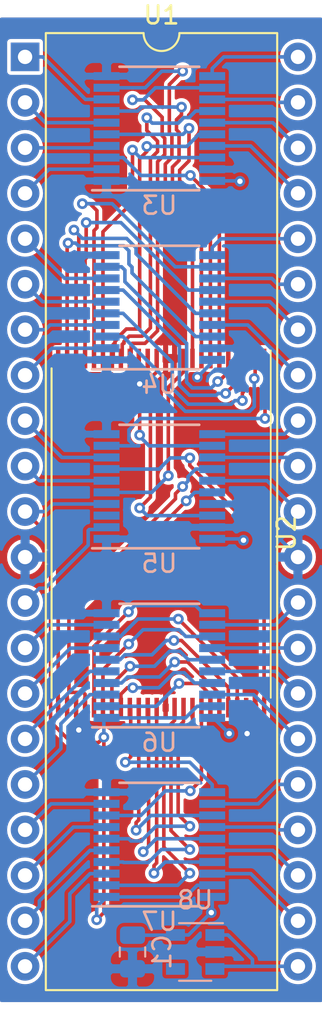
<source format=kicad_pcb>
(kicad_pcb (version 20171130) (host pcbnew 5.1.0-rc1-unknown-r14970-a246d905)
  (layers (0 F.Cu signal) (31 B.Cu signal) (34 B.Paste user) (35 F.Paste user) (36 B.SilkS user) (37 F.SilkS user) (38 B.Mask user) (39 F.Mask user) (44 Edge.Cuts user))
  (net 0 "")
  (net 1 /A19)
  (net 2 /D11)
  (net 3 /A8)
  (net 4 /D3)
  (net 5 /A9)
  (net 6 /D10)
  (net 7 /A10)
  (net 8 /D2)
  (net 9 /A11)
  (net 10 /D9)
  (net 11 /A12)
  (net 12 /D1)
  (net 13 /A13)
  (net 14 /D8)
  (net 15 /A14)
  (net 16 /D0)
  (net 17 /A15)
  (net 18 /A21)
  (net 19 /A16)
  (net 20 GND)
  (net 21 /A20)
  (net 22 /E)
  (net 23 /A0)
  (net 24 /D15)
  (net 25 /A1)
  (net 26 /D7)
  (net 27 /A2)
  (net 28 /D14)
  (net 29 /A3)
  (net 30 /D6)
  (net 31 /A4)
  (net 32 /D13)
  (net 33 /A5)
  (net 34 /D5)
  (net 35 /A6)
  (net 36 /D12)
  (net 37 /A7)
  (net 38 /D4)
  (net 39 /A17)
  (net 40 +5V)
  (net 41 /A18)
  (net 42 "Net-(U5-Pad3)")
  (net 43 +3V3)
  (net 44 "Net-(U8-Pad4)")
  (net 45 /md11)
  (net 46 /md3)
  (net 47 /md4)
  (net 48 /md10)
  (net 49 /md12)
  (net 50 /md2)
  (net 51 /md5)
  (net 52 /md9)
  (net 53 /md13)
  (net 54 /md1)
  (net 55 /md6)
  (net 56 /md8)
  (net 57 /md14)
  (net 58 /md0)
  (net 59 /md7)
  (net 60 /me)
  (net 61 /md15)
  (net 62 /ma0)
  (net 63 /ma16)
  (net 64 /ma1)
  (net 65 /ma15)
  (net 66 /ma2)
  (net 67 /ma14)
  (net 68 /ma3)
  (net 69 /ma13)
  (net 70 /ma4)
  (net 71 /ma12)
  (net 72 /ma5)
  (net 73 /ma11)
  (net 74 /ma6)
  (net 75 /ma10)
  (net 76 /ma7)
  (net 77 /ma9)
  (net 78 /ma17)
  (net 79 /ma8)
  (net 80 /ma18)
  (net 81 /ma19)
  (net 82 /ma21)
  (net 83 /ma20)
  (net 84 "Net-(U2-Pad15)")
  (module Package_SO:TSOP-I-48_18.4x12mm_P0.5mm (layer F.Cu) (at 118.6 87.6 270)
    (fp_text reference U2 (at 0 -7 270) (layer F.SilkS))
    (fp_text value W29GL064C)
    (pad 48 smd rect (at 9.75 -5.75 270) (size 1.1 0.25) (layers F.Cu F.Paste F.Mask) (net 63 /ma16))
    (pad 47 smd rect (at 9.75 -5.25 270) (size 1.1 0.25) (layers F.Cu F.Paste F.Mask) (net 43 +3V3))
    (pad 46 smd rect (at 9.75 -4.75 270) (size 1.1 0.25) (layers F.Cu F.Paste F.Mask) (net 20 GND))
    (pad 45 smd rect (at 9.75 -4.25 270) (size 1.1 0.25) (layers F.Cu F.Paste F.Mask) (net 61 /md15))
    (pad 44 smd rect (at 9.75 -3.75 270) (size 1.1 0.25) (layers F.Cu F.Paste F.Mask) (net 59 /md7))
    (pad 43 smd rect (at 9.75 -3.25 270) (size 1.1 0.25) (layers F.Cu F.Paste F.Mask) (net 57 /md14))
    (pad 42 smd rect (at 9.75 -2.75 270) (size 1.1 0.25) (layers F.Cu F.Paste F.Mask) (net 55 /md6))
    (pad 41 smd rect (at 9.75 -2.25 270) (size 1.1 0.25) (layers F.Cu F.Paste F.Mask) (net 53 /md13))
    (pad 40 smd rect (at 9.75 -1.75 270) (size 1.1 0.25) (layers F.Cu F.Paste F.Mask) (net 51 /md5))
    (pad 39 smd rect (at 9.75 -1.25 270) (size 1.1 0.25) (layers F.Cu F.Paste F.Mask) (net 49 /md12))
    (pad 38 smd rect (at 9.75 -0.75 270) (size 1.1 0.25) (layers F.Cu F.Paste F.Mask) (net 47 /md4))
    (pad 37 smd rect (at 9.75 -0.25 270) (size 1.1 0.25) (layers F.Cu F.Paste F.Mask) (net 43 +3V3))
    (pad 36 smd rect (at 9.75 0.25 270) (size 1.1 0.25) (layers F.Cu F.Paste F.Mask) (net 45 /md11))
    (pad 35 smd rect (at 9.75 0.75 270) (size 1.1 0.25) (layers F.Cu F.Paste F.Mask) (net 46 /md3))
    (pad 34 smd rect (at 9.75 1.25 270) (size 1.1 0.25) (layers F.Cu F.Paste F.Mask) (net 48 /md10))
    (pad 33 smd rect (at 9.75 1.75 270) (size 1.1 0.25) (layers F.Cu F.Paste F.Mask) (net 50 /md2))
    (pad 32 smd rect (at 9.75 2.25 270) (size 1.1 0.25) (layers F.Cu F.Paste F.Mask) (net 52 /md9))
    (pad 31 smd rect (at 9.75 2.75 270) (size 1.1 0.25) (layers F.Cu F.Paste F.Mask) (net 54 /md1))
    (pad 30 smd rect (at 9.75 3.25 270) (size 1.1 0.25) (layers F.Cu F.Paste F.Mask) (net 56 /md8))
    (pad 29 smd rect (at 9.75 3.75 270) (size 1.1 0.25) (layers F.Cu F.Paste F.Mask) (net 58 /md0))
    (pad 28 smd rect (at 9.75 4.25 270) (size 1.1 0.25) (layers F.Cu F.Paste F.Mask) (net 60 /me))
    (pad 27 smd rect (at 9.75 4.75 270) (size 1.1 0.25) (layers F.Cu F.Paste F.Mask) (net 20 GND))
    (pad 26 smd rect (at 9.75 5.25 270) (size 1.1 0.25) (layers F.Cu F.Paste F.Mask) (net 60 /me))
    (pad 24 smd rect (at -9.75 5.75 270) (size 1.1 0.25) (layers F.Cu F.Paste F.Mask) (net 64 /ma1))
    (pad 23 smd rect (at -9.75 5.25 270) (size 1.1 0.25) (layers F.Cu F.Paste F.Mask) (net 66 /ma2))
    (pad 22 smd rect (at -9.75 4.75 270) (size 1.1 0.25) (layers F.Cu F.Paste F.Mask) (net 68 /ma3))
    (pad 21 smd rect (at -9.75 4.25 270) (size 1.1 0.25) (layers F.Cu F.Paste F.Mask) (net 70 /ma4))
    (pad 20 smd rect (at -9.75 3.75 270) (size 1.1 0.25) (layers F.Cu F.Paste F.Mask) (net 72 /ma5))
    (pad 19 smd rect (at -9.75 3.25 270) (size 1.1 0.25) (layers F.Cu F.Paste F.Mask) (net 74 /ma6))
    (pad 18 smd rect (at -9.75 2.75 270) (size 1.1 0.25) (layers F.Cu F.Paste F.Mask) (net 76 /ma7))
    (pad 17 smd rect (at -9.75 2.25 270) (size 1.1 0.25) (layers F.Cu F.Paste F.Mask) (net 78 /ma17))
    (pad 16 smd rect (at -9.75 1.75 270) (size 1.1 0.25) (layers F.Cu F.Paste F.Mask) (net 80 /ma18))
    (pad 15 smd rect (at -9.75 1.25 270) (size 1.1 0.25) (layers F.Cu F.Paste F.Mask) (net 84 "Net-(U2-Pad15)"))
    (pad 14 smd rect (at -9.75 0.75 270) (size 1.1 0.25) (layers F.Cu F.Paste F.Mask) (net 20 GND))
    (pad 13 smd rect (at -9.75 0.25 270) (size 1.1 0.25) (layers F.Cu F.Paste F.Mask) (net 82 /ma21))
    (pad 12 smd rect (at -9.75 -0.25 270) (size 1.1 0.25) (layers F.Cu F.Paste F.Mask) (net 43 +3V3))
    (pad 11 smd rect (at -9.75 -0.75 270) (size 1.1 0.25) (layers F.Cu F.Paste F.Mask) (net 43 +3V3))
    (pad 10 smd rect (at -9.75 -1.25 270) (size 1.1 0.25) (layers F.Cu F.Paste F.Mask) (net 83 /ma20))
    (pad 9 smd rect (at -9.75 -1.75 270) (size 1.1 0.25) (layers F.Cu F.Paste F.Mask) (net 81 /ma19))
    (pad 8 smd rect (at -9.75 -2.25 270) (size 1.1 0.25) (layers F.Cu F.Paste F.Mask) (net 79 /ma8))
    (pad 7 smd rect (at -9.75 -2.75 270) (size 1.1 0.25) (layers F.Cu F.Paste F.Mask) (net 77 /ma9))
    (pad 6 smd rect (at -9.75 -3.25 270) (size 1.1 0.25) (layers F.Cu F.Paste F.Mask) (net 75 /ma10))
    (pad 5 smd rect (at -9.75 -3.75 270) (size 1.1 0.25) (layers F.Cu F.Paste F.Mask) (net 73 /ma11))
    (pad 4 smd rect (at -9.75 -4.25 270) (size 1.1 0.25) (layers F.Cu F.Paste F.Mask) (net 71 /ma12))
    (pad 3 smd rect (at -9.75 -4.75 270) (size 1.1 0.25) (layers F.Cu F.Paste F.Mask) (net 69 /ma13))
    (pad 2 smd rect (at -9.75 -5.25 270) (size 1.1 0.25) (layers F.Cu F.Paste F.Mask) (net 67 /ma14))
    (pad 25 smd rect (at 9.75 5.75 270) (size 1.1 0.25) (layers F.Cu F.Paste F.Mask) (net 62 /ma0))
    (pad 1 smd rect (at -9.75 -5.75 270) (size 1.1 0.25) (layers F.Cu F.Paste F.Mask) (net 65 /ma15))
  )
  (module Capacitor_SMD:C_0805_2012Metric (layer B.Cu) (at 117 111 90)
    (fp_text reference C1 (at 0 1.65 90) (layer B.SilkS) (effects (justify mirror)))
    (fp_text value 0.1uF)
    (pad 2 smd roundrect (at 0.9375 0 90) (size 0.975 1.4) (layers B.Cu B.Paste B.Mask) (net 43 +3V3))
    (pad 1 smd roundrect (at -0.9375 0 90) (size 0.975 1.4) (layers B.Cu B.Paste B.Mask) (net 20 GND))
  )
  (module Package_TO_SOT_SMD:SOT-23-5 (layer B.Cu) (at 120.5 111 180)
    (fp_text reference U8 (at 0 2.9 180) (layer B.SilkS) (effects (justify mirror)))
    (fp_text value TPS73633DBV)
    (pad 5 smd rect (at 1.1 0.95 180) (size 1.06 0.65) (layers B.Cu B.Paste B.Mask) (net 43 +3V3))
    (pad 4 smd rect (at 1.1 -0.95 180) (size 1.06 0.65) (layers B.Cu B.Paste B.Mask) (net 44 "Net-(U8-Pad4)"))
    (pad 3 smd rect (at -1.1 -0.95 180) (size 1.06 0.65) (layers B.Cu B.Paste B.Mask) (net 40 +5V))
    (pad 2 smd rect (at -1.1 0 180) (size 1.06 0.65) (layers B.Cu B.Paste B.Mask) (net 20 GND))
    (pad 1 smd rect (at -1.1 0.95 180) (size 1.06 0.65) (layers B.Cu B.Paste B.Mask) (net 40 +5V))
  )
  (module Package_SO:TSSOP-20_4.4x6.5mm_P0.65mm (layer B.Cu) (at 118.5 105)
    (fp_text reference U7 (at 0 4.3) (layer B.SilkS) (effects (justify mirror)))
    (fp_text value 74HCT244)
    (pad 20 smd rect (at 2.95 2.925) (size 1.45 0.45) (layers B.Cu B.Paste B.Mask) (net 43 +3V3))
    (pad 19 smd rect (at 2.95 2.275) (size 1.45 0.45) (layers B.Cu B.Paste B.Mask) (net 22 /E))
    (pad 18 smd rect (at 2.95 1.625) (size 1.45 0.45) (layers B.Cu B.Paste B.Mask) (net 38 /D4))
    (pad 17 smd rect (at 2.95 0.975) (size 1.45 0.45) (layers B.Cu B.Paste B.Mask) (net 45 /md11))
    (pad 16 smd rect (at 2.95 0.325) (size 1.45 0.45) (layers B.Cu B.Paste B.Mask) (net 36 /D12))
    (pad 15 smd rect (at 2.95 -0.325) (size 1.45 0.45) (layers B.Cu B.Paste B.Mask) (net 46 /md3))
    (pad 14 smd rect (at 2.95 -0.975) (size 1.45 0.45) (layers B.Cu B.Paste B.Mask) (net 34 /D5))
    (pad 13 smd rect (at 2.95 -1.625) (size 1.45 0.45) (layers B.Cu B.Paste B.Mask) (net 48 /md10))
    (pad 12 smd rect (at 2.95 -2.275) (size 1.45 0.45) (layers B.Cu B.Paste B.Mask) (net 32 /D13))
    (pad 11 smd rect (at 2.95 -2.925) (size 1.45 0.45) (layers B.Cu B.Paste B.Mask) (net 50 /md2))
    (pad 10 smd rect (at -2.95 -2.925) (size 1.45 0.45) (layers B.Cu B.Paste B.Mask) (net 20 GND))
    (pad 9 smd rect (at -2.95 -2.275) (size 1.45 0.45) (layers B.Cu B.Paste B.Mask) (net 8 /D2))
    (pad 8 smd rect (at -2.95 -1.625) (size 1.45 0.45) (layers B.Cu B.Paste B.Mask) (net 53 /md13))
    (pad 7 smd rect (at -2.95 -0.975) (size 1.45 0.45) (layers B.Cu B.Paste B.Mask) (net 6 /D10))
    (pad 6 smd rect (at -2.95 -0.325) (size 1.45 0.45) (layers B.Cu B.Paste B.Mask) (net 51 /md5))
    (pad 5 smd rect (at -2.95 0.325) (size 1.45 0.45) (layers B.Cu B.Paste B.Mask) (net 4 /D3))
    (pad 4 smd rect (at -2.95 0.975) (size 1.45 0.45) (layers B.Cu B.Paste B.Mask) (net 49 /md12))
    (pad 3 smd rect (at -2.95 1.625) (size 1.45 0.45) (layers B.Cu B.Paste B.Mask) (net 2 /D11))
    (pad 2 smd rect (at -2.95 2.275) (size 1.45 0.45) (layers B.Cu B.Paste B.Mask) (net 47 /md4))
    (pad 1 smd rect (at -2.95 2.925) (size 1.45 0.45) (layers B.Cu B.Paste B.Mask) (net 22 /E))
  )
  (module Package_SO:TSSOP-20_4.4x6.5mm_P0.65mm (layer B.Cu) (at 118.5 95)
    (fp_text reference U6 (at 0 4.3) (layer B.SilkS) (effects (justify mirror)))
    (fp_text value 74HCT244)
    (pad 20 smd rect (at 2.95 2.925) (size 1.45 0.45) (layers B.Cu B.Paste B.Mask) (net 43 +3V3))
    (pad 19 smd rect (at 2.95 2.275) (size 1.45 0.45) (layers B.Cu B.Paste B.Mask) (net 22 /E))
    (pad 18 smd rect (at 2.95 1.625) (size 1.45 0.45) (layers B.Cu B.Paste B.Mask) (net 30 /D6))
    (pad 17 smd rect (at 2.95 0.975) (size 1.45 0.45) (layers B.Cu B.Paste B.Mask) (net 52 /md9))
    (pad 16 smd rect (at 2.95 0.325) (size 1.45 0.45) (layers B.Cu B.Paste B.Mask) (net 28 /D14))
    (pad 15 smd rect (at 2.95 -0.325) (size 1.45 0.45) (layers B.Cu B.Paste B.Mask) (net 54 /md1))
    (pad 14 smd rect (at 2.95 -0.975) (size 1.45 0.45) (layers B.Cu B.Paste B.Mask) (net 26 /D7))
    (pad 13 smd rect (at 2.95 -1.625) (size 1.45 0.45) (layers B.Cu B.Paste B.Mask) (net 56 /md8))
    (pad 12 smd rect (at 2.95 -2.275) (size 1.45 0.45) (layers B.Cu B.Paste B.Mask) (net 24 /D15))
    (pad 11 smd rect (at 2.95 -2.925) (size 1.45 0.45) (layers B.Cu B.Paste B.Mask) (net 58 /md0))
    (pad 10 smd rect (at -2.95 -2.925) (size 1.45 0.45) (layers B.Cu B.Paste B.Mask) (net 20 GND))
    (pad 9 smd rect (at -2.95 -2.275) (size 1.45 0.45) (layers B.Cu B.Paste B.Mask) (net 16 /D0))
    (pad 8 smd rect (at -2.95 -1.625) (size 1.45 0.45) (layers B.Cu B.Paste B.Mask) (net 61 /md15))
    (pad 7 smd rect (at -2.95 -0.975) (size 1.45 0.45) (layers B.Cu B.Paste B.Mask) (net 14 /D8))
    (pad 6 smd rect (at -2.95 -0.325) (size 1.45 0.45) (layers B.Cu B.Paste B.Mask) (net 59 /md7))
    (pad 5 smd rect (at -2.95 0.325) (size 1.45 0.45) (layers B.Cu B.Paste B.Mask) (net 12 /D1))
    (pad 4 smd rect (at -2.95 0.975) (size 1.45 0.45) (layers B.Cu B.Paste B.Mask) (net 57 /md14))
    (pad 3 smd rect (at -2.95 1.625) (size 1.45 0.45) (layers B.Cu B.Paste B.Mask) (net 10 /D9))
    (pad 2 smd rect (at -2.95 2.275) (size 1.45 0.45) (layers B.Cu B.Paste B.Mask) (net 55 /md6))
    (pad 1 smd rect (at -2.95 2.925) (size 1.45 0.45) (layers B.Cu B.Paste B.Mask) (net 22 /E))
  )
  (module Package_SO:TSSOP-20_4.4x6.5mm_P0.65mm (layer B.Cu) (at 118.5 85)
    (fp_text reference U5 (at 0 4.3) (layer B.SilkS) (effects (justify mirror)))
    (fp_text value 74HCT244)
    (pad 20 smd rect (at 2.95 2.925) (size 1.45 0.45) (layers B.Cu B.Paste B.Mask) (net 43 +3V3))
    (pad 19 smd rect (at 2.95 2.275) (size 1.45 0.45) (layers B.Cu B.Paste B.Mask) (net 20 GND))
    (pad 18 smd rect (at 2.95 1.625) (size 1.45 0.45) (layers B.Cu B.Paste B.Mask) (net 82 /ma21))
    (pad 17 smd rect (at 2.95 0.975) (size 1.45 0.45) (layers B.Cu B.Paste B.Mask) (net 20 GND))
    (pad 16 smd rect (at 2.95 0.325) (size 1.45 0.45) (layers B.Cu B.Paste B.Mask) (net 60 /me))
    (pad 15 smd rect (at 2.95 -0.325) (size 1.45 0.45) (layers B.Cu B.Paste B.Mask) (net 21 /A20))
    (pad 14 smd rect (at 2.95 -0.975) (size 1.45 0.45) (layers B.Cu B.Paste B.Mask) (net 62 /ma0))
    (pad 13 smd rect (at 2.95 -1.625) (size 1.45 0.45) (layers B.Cu B.Paste B.Mask) (net 19 /A16))
    (pad 12 smd rect (at 2.95 -2.275) (size 1.45 0.45) (layers B.Cu B.Paste B.Mask) (net 64 /ma1))
    (pad 11 smd rect (at 2.95 -2.925) (size 1.45 0.45) (layers B.Cu B.Paste B.Mask) (net 17 /A15))
    (pad 10 smd rect (at -2.95 -2.925) (size 1.45 0.45) (layers B.Cu B.Paste B.Mask) (net 20 GND))
    (pad 9 smd rect (at -2.95 -2.275) (size 1.45 0.45) (layers B.Cu B.Paste B.Mask) (net 65 /ma15))
    (pad 8 smd rect (at -2.95 -1.625) (size 1.45 0.45) (layers B.Cu B.Paste B.Mask) (net 25 /A1))
    (pad 7 smd rect (at -2.95 -0.975) (size 1.45 0.45) (layers B.Cu B.Paste B.Mask) (net 63 /ma16))
    (pad 6 smd rect (at -2.95 -0.325) (size 1.45 0.45) (layers B.Cu B.Paste B.Mask) (net 23 /A0))
    (pad 5 smd rect (at -2.95 0.325) (size 1.45 0.45) (layers B.Cu B.Paste B.Mask) (net 83 /ma20))
    (pad 4 smd rect (at -2.95 0.975) (size 1.45 0.45) (layers B.Cu B.Paste B.Mask) (net 22 /E))
    (pad 3 smd rect (at -2.95 1.625) (size 1.45 0.45) (layers B.Cu B.Paste B.Mask) (net 42 "Net-(U5-Pad3)"))
    (pad 2 smd rect (at -2.95 2.275) (size 1.45 0.45) (layers B.Cu B.Paste B.Mask) (net 18 /A21))
    (pad 1 smd rect (at -2.95 2.925) (size 1.45 0.45) (layers B.Cu B.Paste B.Mask) (net 20 GND))
  )
  (module Package_SO:TSSOP-20_4.4x6.5mm_P0.65mm (layer B.Cu) (at 118.5 75)
    (fp_text reference U4 (at 0 4.3) (layer B.SilkS) (effects (justify mirror)))
    (fp_text value 74HCT244)
    (pad 20 smd rect (at 2.95 2.925) (size 1.45 0.45) (layers B.Cu B.Paste B.Mask) (net 43 +3V3))
    (pad 19 smd rect (at 2.95 2.275) (size 1.45 0.45) (layers B.Cu B.Paste B.Mask) (net 20 GND))
    (pad 18 smd rect (at 2.95 1.625) (size 1.45 0.45) (layers B.Cu B.Paste B.Mask) (net 66 /ma2))
    (pad 17 smd rect (at 2.95 0.975) (size 1.45 0.45) (layers B.Cu B.Paste B.Mask) (net 15 /A14))
    (pad 16 smd rect (at 2.95 0.325) (size 1.45 0.45) (layers B.Cu B.Paste B.Mask) (net 68 /ma3))
    (pad 15 smd rect (at 2.95 -0.325) (size 1.45 0.45) (layers B.Cu B.Paste B.Mask) (net 13 /A13))
    (pad 14 smd rect (at 2.95 -0.975) (size 1.45 0.45) (layers B.Cu B.Paste B.Mask) (net 70 /ma4))
    (pad 13 smd rect (at 2.95 -1.625) (size 1.45 0.45) (layers B.Cu B.Paste B.Mask) (net 11 /A12))
    (pad 12 smd rect (at 2.95 -2.275) (size 1.45 0.45) (layers B.Cu B.Paste B.Mask) (net 72 /ma5))
    (pad 11 smd rect (at 2.95 -2.925) (size 1.45 0.45) (layers B.Cu B.Paste B.Mask) (net 9 /A11))
    (pad 10 smd rect (at -2.95 -2.925) (size 1.45 0.45) (layers B.Cu B.Paste B.Mask) (net 20 GND))
    (pad 9 smd rect (at -2.95 -2.275) (size 1.45 0.45) (layers B.Cu B.Paste B.Mask) (net 73 /ma11))
    (pad 8 smd rect (at -2.95 -1.625) (size 1.45 0.45) (layers B.Cu B.Paste B.Mask) (net 33 /A5))
    (pad 7 smd rect (at -2.95 -0.975) (size 1.45 0.45) (layers B.Cu B.Paste B.Mask) (net 71 /ma12))
    (pad 6 smd rect (at -2.95 -0.325) (size 1.45 0.45) (layers B.Cu B.Paste B.Mask) (net 31 /A4))
    (pad 5 smd rect (at -2.95 0.325) (size 1.45 0.45) (layers B.Cu B.Paste B.Mask) (net 69 /ma13))
    (pad 4 smd rect (at -2.95 0.975) (size 1.45 0.45) (layers B.Cu B.Paste B.Mask) (net 29 /A3))
    (pad 3 smd rect (at -2.95 1.625) (size 1.45 0.45) (layers B.Cu B.Paste B.Mask) (net 67 /ma14))
    (pad 2 smd rect (at -2.95 2.275) (size 1.45 0.45) (layers B.Cu B.Paste B.Mask) (net 27 /A2))
    (pad 1 smd rect (at -2.95 2.925) (size 1.45 0.45) (layers B.Cu B.Paste B.Mask) (net 20 GND))
  )
  (module Package_SO:TSSOP-20_4.4x6.5mm_P0.65mm (layer B.Cu) (at 118.5 65)
    (fp_text reference U3 (at 0 4.3) (layer B.SilkS) (effects (justify mirror)))
    (fp_text value 74HCT244)
    (pad 20 smd rect (at 2.95 2.925) (size 1.45 0.45) (layers B.Cu B.Paste B.Mask) (net 43 +3V3))
    (pad 19 smd rect (at 2.95 2.275) (size 1.45 0.45) (layers B.Cu B.Paste B.Mask) (net 20 GND))
    (pad 18 smd rect (at 2.95 1.625) (size 1.45 0.45) (layers B.Cu B.Paste B.Mask) (net 74 /ma6))
    (pad 17 smd rect (at 2.95 0.975) (size 1.45 0.45) (layers B.Cu B.Paste B.Mask) (net 7 /A10))
    (pad 16 smd rect (at 2.95 0.325) (size 1.45 0.45) (layers B.Cu B.Paste B.Mask) (net 76 /ma7))
    (pad 15 smd rect (at 2.95 -0.325) (size 1.45 0.45) (layers B.Cu B.Paste B.Mask) (net 5 /A9))
    (pad 14 smd rect (at 2.95 -0.975) (size 1.45 0.45) (layers B.Cu B.Paste B.Mask) (net 78 /ma17))
    (pad 13 smd rect (at 2.95 -1.625) (size 1.45 0.45) (layers B.Cu B.Paste B.Mask) (net 3 /A8))
    (pad 12 smd rect (at 2.95 -2.275) (size 1.45 0.45) (layers B.Cu B.Paste B.Mask) (net 80 /ma18))
    (pad 11 smd rect (at 2.95 -2.925) (size 1.45 0.45) (layers B.Cu B.Paste B.Mask) (net 1 /A19))
    (pad 10 smd rect (at -2.95 -2.925) (size 1.45 0.45) (layers B.Cu B.Paste B.Mask) (net 20 GND))
    (pad 9 smd rect (at -2.95 -2.275) (size 1.45 0.45) (layers B.Cu B.Paste B.Mask) (net 81 /ma19))
    (pad 8 smd rect (at -2.95 -1.625) (size 1.45 0.45) (layers B.Cu B.Paste B.Mask) (net 41 /A18))
    (pad 7 smd rect (at -2.95 -0.975) (size 1.45 0.45) (layers B.Cu B.Paste B.Mask) (net 79 /ma8))
    (pad 6 smd rect (at -2.95 -0.325) (size 1.45 0.45) (layers B.Cu B.Paste B.Mask) (net 39 /A17))
    (pad 5 smd rect (at -2.95 0.325) (size 1.45 0.45) (layers B.Cu B.Paste B.Mask) (net 77 /ma9))
    (pad 4 smd rect (at -2.95 0.975) (size 1.45 0.45) (layers B.Cu B.Paste B.Mask) (net 37 /A7))
    (pad 3 smd rect (at -2.95 1.625) (size 1.45 0.45) (layers B.Cu B.Paste B.Mask) (net 75 /ma10))
    (pad 2 smd rect (at -2.95 2.275) (size 1.45 0.45) (layers B.Cu B.Paste B.Mask) (net 35 /A6))
    (pad 1 smd rect (at -2.95 2.925) (size 1.45 0.45) (layers B.Cu B.Paste B.Mask) (net 20 GND))
  )
  (module Package_DIP:DIP-42_W15.24mm (layer F.Cu) (at 111 61)
    (fp_text reference U1 (at 7.62 -2.33) (layer F.SilkS))
    (fp_text value TC5364205)
    (pad 42 thru_hole oval (at 15.24 0) (size 1.6 1.6) (drill 0.8) (layers *.Cu *.Mask) (net 1 /A19))
    (pad 21 thru_hole oval (at 0 50.8) (size 1.6 1.6) (drill 0.8) (layers *.Cu *.Mask) (net 2 /D11))
    (pad 41 thru_hole oval (at 15.24 2.54) (size 1.6 1.6) (drill 0.8) (layers *.Cu *.Mask) (net 3 /A8))
    (pad 20 thru_hole oval (at 0 48.26) (size 1.6 1.6) (drill 0.8) (layers *.Cu *.Mask) (net 4 /D3))
    (pad 40 thru_hole oval (at 15.24 5.08) (size 1.6 1.6) (drill 0.8) (layers *.Cu *.Mask) (net 5 /A9))
    (pad 19 thru_hole oval (at 0 45.72) (size 1.6 1.6) (drill 0.8) (layers *.Cu *.Mask) (net 6 /D10))
    (pad 39 thru_hole oval (at 15.24 7.62) (size 1.6 1.6) (drill 0.8) (layers *.Cu *.Mask) (net 7 /A10))
    (pad 18 thru_hole oval (at 0 43.18) (size 1.6 1.6) (drill 0.8) (layers *.Cu *.Mask) (net 8 /D2))
    (pad 38 thru_hole oval (at 15.24 10.16) (size 1.6 1.6) (drill 0.8) (layers *.Cu *.Mask) (net 9 /A11))
    (pad 17 thru_hole oval (at 0 40.64) (size 1.6 1.6) (drill 0.8) (layers *.Cu *.Mask) (net 10 /D9))
    (pad 37 thru_hole oval (at 15.24 12.7) (size 1.6 1.6) (drill 0.8) (layers *.Cu *.Mask) (net 11 /A12))
    (pad 16 thru_hole oval (at 0 38.1) (size 1.6 1.6) (drill 0.8) (layers *.Cu *.Mask) (net 12 /D1))
    (pad 36 thru_hole oval (at 15.24 15.24) (size 1.6 1.6) (drill 0.8) (layers *.Cu *.Mask) (net 13 /A13))
    (pad 15 thru_hole oval (at 0 35.56) (size 1.6 1.6) (drill 0.8) (layers *.Cu *.Mask) (net 14 /D8))
    (pad 35 thru_hole oval (at 15.24 17.78) (size 1.6 1.6) (drill 0.8) (layers *.Cu *.Mask) (net 15 /A14))
    (pad 14 thru_hole oval (at 0 33.02) (size 1.6 1.6) (drill 0.8) (layers *.Cu *.Mask) (net 16 /D0))
    (pad 34 thru_hole oval (at 15.24 20.32) (size 1.6 1.6) (drill 0.8) (layers *.Cu *.Mask) (net 17 /A15))
    (pad 13 thru_hole oval (at 0 30.48) (size 1.6 1.6) (drill 0.8) (layers *.Cu *.Mask) (net 18 /A21))
    (pad 33 thru_hole oval (at 15.24 22.86) (size 1.6 1.6) (drill 0.8) (layers *.Cu *.Mask) (net 19 /A16))
    (pad 12 thru_hole oval (at 0 27.94) (size 1.6 1.6) (drill 0.8) (layers *.Cu *.Mask) (net 20 GND))
    (pad 32 thru_hole oval (at 15.24 25.4) (size 1.6 1.6) (drill 0.8) (layers *.Cu *.Mask) (net 21 /A20))
    (pad 11 thru_hole oval (at 0 25.4) (size 1.6 1.6) (drill 0.8) (layers *.Cu *.Mask) (net 22 /E))
    (pad 31 thru_hole oval (at 15.24 27.94) (size 1.6 1.6) (drill 0.8) (layers *.Cu *.Mask) (net 20 GND))
    (pad 10 thru_hole oval (at 0 22.86) (size 1.6 1.6) (drill 0.8) (layers *.Cu *.Mask) (net 23 /A0))
    (pad 30 thru_hole oval (at 15.24 30.48) (size 1.6 1.6) (drill 0.8) (layers *.Cu *.Mask) (net 24 /D15))
    (pad 9 thru_hole oval (at 0 20.32) (size 1.6 1.6) (drill 0.8) (layers *.Cu *.Mask) (net 25 /A1))
    (pad 29 thru_hole oval (at 15.24 33.02) (size 1.6 1.6) (drill 0.8) (layers *.Cu *.Mask) (net 26 /D7))
    (pad 8 thru_hole oval (at 0 17.78) (size 1.6 1.6) (drill 0.8) (layers *.Cu *.Mask) (net 27 /A2))
    (pad 28 thru_hole oval (at 15.24 35.56) (size 1.6 1.6) (drill 0.8) (layers *.Cu *.Mask) (net 28 /D14))
    (pad 7 thru_hole oval (at 0 15.24) (size 1.6 1.6) (drill 0.8) (layers *.Cu *.Mask) (net 29 /A3))
    (pad 27 thru_hole oval (at 15.24 38.1) (size 1.6 1.6) (drill 0.8) (layers *.Cu *.Mask) (net 30 /D6))
    (pad 6 thru_hole oval (at 0 12.7) (size 1.6 1.6) (drill 0.8) (layers *.Cu *.Mask) (net 31 /A4))
    (pad 26 thru_hole oval (at 15.24 40.64) (size 1.6 1.6) (drill 0.8) (layers *.Cu *.Mask) (net 32 /D13))
    (pad 5 thru_hole oval (at 0 10.16) (size 1.6 1.6) (drill 0.8) (layers *.Cu *.Mask) (net 33 /A5))
    (pad 25 thru_hole oval (at 15.24 43.18) (size 1.6 1.6) (drill 0.8) (layers *.Cu *.Mask) (net 34 /D5))
    (pad 4 thru_hole oval (at 0 7.62) (size 1.6 1.6) (drill 0.8) (layers *.Cu *.Mask) (net 35 /A6))
    (pad 24 thru_hole oval (at 15.24 45.72) (size 1.6 1.6) (drill 0.8) (layers *.Cu *.Mask) (net 36 /D12))
    (pad 3 thru_hole oval (at 0 5.08) (size 1.6 1.6) (drill 0.8) (layers *.Cu *.Mask) (net 37 /A7))
    (pad 23 thru_hole oval (at 15.24 48.26) (size 1.6 1.6) (drill 0.8) (layers *.Cu *.Mask) (net 38 /D4))
    (pad 2 thru_hole oval (at 0 2.54) (size 1.6 1.6) (drill 0.8) (layers *.Cu *.Mask) (net 39 /A17))
    (pad 22 thru_hole oval (at 15.24 50.8) (size 1.6 1.6) (drill 0.8) (layers *.Cu *.Mask) (net 40 +5V))
    (pad 1 thru_hole rect (at 0 0) (size 1.6 1.6) (drill 0.8) (layers *.Cu *.Mask) (net 41 /A18))
  )
  (segment (start 122.1 61) (end 121.45 61.65) (width 0.2) (layer B.Cu) (net 1))
  (segment (start 121.45 61.65) (end 121.45 62.075) (width 0.2) (layer B.Cu) (net 1))
  (segment (start 126.24 61) (end 122.1 61) (width 0.2) (layer B.Cu) (net 1))
  (segment (start 111 111.8) (end 113.5 109.3) (width 0.2) (layer B.Cu) (net 2))
  (segment (start 114.625 106.625) (end 115.55 106.625) (width 0.2) (layer B.Cu) (net 2))
  (segment (start 113.5 107.75) (end 114.625 106.625) (width 0.2) (layer B.Cu) (net 2))
  (segment (start 113.5 109.3) (end 113.5 107.75) (width 0.2) (layer B.Cu) (net 2))
  (segment (start 122.375 63.375) (end 121.45 63.375) (width 0.2) (layer B.Cu) (net 3))
  (segment (start 124.94363 63.375) (end 122.375 63.375) (width 0.2) (layer B.Cu) (net 3))
  (segment (start 125.10863 63.54) (end 124.94363 63.375) (width 0.2) (layer B.Cu) (net 3))
  (segment (start 126.24 63.54) (end 125.10863 63.54) (width 0.2) (layer B.Cu) (net 3))
  (segment (start 111.799999 108.150001) (end 114.625 105.325) (width 0.2) (layer B.Cu) (net 4))
  (segment (start 114.625 105.325) (end 115.55 105.325) (width 0.2) (layer B.Cu) (net 4))
  (segment (start 111.799999 108.460001) (end 111.799999 108.150001) (width 0.2) (layer B.Cu) (net 4))
  (segment (start 111 109.26) (end 111.799999 108.460001) (width 0.2) (layer B.Cu) (net 4))
  (segment (start 124.835 64.675) (end 121.45 64.675) (width 0.2) (layer B.Cu) (net 5))
  (segment (start 126.24 66.08) (end 124.835 64.675) (width 0.2) (layer B.Cu) (net 5))
  (segment (start 113.695 104.025) (end 115.55 104.025) (width 0.2) (layer B.Cu) (net 6))
  (segment (start 111 106.72) (end 113.695 104.025) (width 0.2) (layer B.Cu) (net 6))
  (segment (start 123.595 65.975) (end 121.45 65.975) (width 0.2) (layer B.Cu) (net 7))
  (segment (start 126.24 68.62) (end 123.595 65.975) (width 0.2) (layer B.Cu) (net 7))
  (segment (start 112.455 102.725) (end 115.55 102.725) (width 0.2) (layer B.Cu) (net 8))
  (segment (start 111 104.18) (end 112.455 102.725) (width 0.2) (layer B.Cu) (net 8))
  (segment (start 121.45 71.65) (end 121.45 72.075) (width 0.2) (layer B.Cu) (net 9))
  (segment (start 121.94 71.16) (end 121.45 71.65) (width 0.2) (layer B.Cu) (net 9))
  (segment (start 126.24 71.16) (end 121.94 71.16) (width 0.2) (layer B.Cu) (net 9))
  (segment (start 111 101.64) (end 113 99.64) (width 0.2) (layer B.Cu) (net 10))
  (segment (start 114.625 96.625) (end 115.55 96.625) (width 0.2) (layer B.Cu) (net 10))
  (segment (start 113 98.25) (end 114.625 96.625) (width 0.2) (layer B.Cu) (net 10))
  (segment (start 113 99.64) (end 113 98.25) (width 0.2) (layer B.Cu) (net 10))
  (segment (start 122.375 73.375) (end 121.45 73.375) (width 0.2) (layer B.Cu) (net 11))
  (segment (start 125.10863 73.7) (end 124.78363 73.375) (width 0.2) (layer B.Cu) (net 11))
  (segment (start 124.78363 73.375) (end 122.375 73.375) (width 0.2) (layer B.Cu) (net 11))
  (segment (start 126.24 73.7) (end 125.10863 73.7) (width 0.2) (layer B.Cu) (net 11))
  (segment (start 114.625 95.325) (end 115.55 95.325) (width 0.2) (layer B.Cu) (net 12))
  (segment (start 111 99.1) (end 111 98.95) (width 0.2) (layer B.Cu) (net 12))
  (segment (start 111 98.95) (end 114.625 95.325) (width 0.2) (layer B.Cu) (net 12))
  (segment (start 124.675 74.675) (end 121.45 74.675) (width 0.2) (layer B.Cu) (net 13))
  (segment (start 126.24 76.24) (end 124.675 74.675) (width 0.2) (layer B.Cu) (net 13))
  (segment (start 113.535 94.025) (end 115.55 94.025) (width 0.2) (layer B.Cu) (net 14))
  (segment (start 111 96.56) (end 113.535 94.025) (width 0.2) (layer B.Cu) (net 14))
  (segment (start 123.435 75.975) (end 121.45 75.975) (width 0.2) (layer B.Cu) (net 15))
  (segment (start 126.24 78.78) (end 123.435 75.975) (width 0.2) (layer B.Cu) (net 15))
  (segment (start 112.295 92.725) (end 115.55 92.725) (width 0.2) (layer B.Cu) (net 16))
  (segment (start 111 94.02) (end 112.295 92.725) (width 0.2) (layer B.Cu) (net 16))
  (segment (start 125.485 82.075) (end 126.24 81.32) (width 0.2) (layer B.Cu) (net 17))
  (segment (start 121.45 82.075) (end 125.485 82.075) (width 0.2) (layer B.Cu) (net 17))
  (segment (start 115.525 87.275) (end 115.55 87.275) (width 0.2) (layer B.Cu) (net 18))
  (segment (start 115.400001 87.399999) (end 115.525 87.275) (width 0.2) (layer B.Cu) (net 18))
  (segment (start 111.799999 90.680001) (end 112.119999 90.680001) (width 0.2) (layer B.Cu) (net 18))
  (segment (start 111 91.48) (end 111.799999 90.680001) (width 0.2) (layer B.Cu) (net 18))
  (segment (start 114.524999 88.275001) (end 114.524999 87.459999) (width 0.2) (layer B.Cu) (net 18))
  (segment (start 114.584999 87.399999) (end 115.400001 87.399999) (width 0.2) (layer B.Cu) (net 18))
  (segment (start 114.524999 87.459999) (end 114.584999 87.399999) (width 0.2) (layer B.Cu) (net 18))
  (segment (start 112.119999 90.680001) (end 114.524999 88.275001) (width 0.2) (layer B.Cu) (net 18))
  (segment (start 125.755 83.375) (end 126.24 83.86) (width 0.2) (layer B.Cu) (net 19))
  (segment (start 121.45 83.375) (end 125.755 83.375) (width 0.2) (layer B.Cu) (net 19))
  (segment (start 124.575 87.275) (end 126.24 88.94) (width 0.2) (layer B.Cu) (net 20))
  (segment (start 121.45 87.275) (end 124.575 87.275) (width 0.2) (layer B.Cu) (net 20))
  (segment (start 117.85 78.525726) (end 117.39999 78.975736) (width 0.2) (layer F.Cu) (net 20))
  (segment (start 117.39999 78.975736) (end 117.39999 79.267999) (width 0.2) (layer F.Cu) (net 20))
  (segment (start 117.85 77.85) (end 117.85 78.525726) (width 0.2) (layer F.Cu) (net 20))
  (via (at 117.39999 79.267999) (size 0.6) (drill 0.3) (layers F.Cu B.Cu) (net 20))
  (via (at 114 98.6) (size 0.6) (drill 0.3) (layers F.Cu B.Cu) (net 20))
  (segment (start 113.85 98.45) (end 114 98.6) (width 0.2) (layer F.Cu) (net 20))
  (segment (start 113.85 97.35) (end 113.85 98.45) (width 0.2) (layer F.Cu) (net 20))
  (via (at 123.4 98.8) (size 0.6) (drill 0.3) (layers F.Cu B.Cu) (net 20))
  (segment (start 123.35 97.35) (end 123.35 98.75) (width 0.2) (layer F.Cu) (net 20))
  (segment (start 123.35 98.75) (end 123.4 98.8) (width 0.2) (layer F.Cu) (net 20))
  (segment (start 124.515 84.675) (end 126.24 86.4) (width 0.2) (layer B.Cu) (net 21))
  (segment (start 121.45 84.675) (end 124.515 84.675) (width 0.2) (layer B.Cu) (net 21))
  (segment (start 114.625 85.975) (end 115.55 85.975) (width 0.2) (layer B.Cu) (net 22))
  (segment (start 112.55637 85.975) (end 114.625 85.975) (width 0.2) (layer B.Cu) (net 22))
  (segment (start 112.13137 86.4) (end 112.55637 85.975) (width 0.2) (layer B.Cu) (net 22))
  (segment (start 111 86.4) (end 112.13137 86.4) (width 0.2) (layer B.Cu) (net 22))
  (segment (start 120.609998 97.275) (end 121.45 97.275) (width 0.2) (layer B.Cu) (net 22))
  (segment (start 119.959998 97.925) (end 120.609998 97.275) (width 0.2) (layer B.Cu) (net 22))
  (segment (start 115.55 97.925) (end 119.959998 97.925) (width 0.2) (layer B.Cu) (net 22))
  (via (at 115.4 99) (size 0.6) (drill 0.3) (layers F.Cu B.Cu) (net 22))
  (segment (start 115.4 98.075) (end 115.55 97.925) (width 0.2) (layer B.Cu) (net 22))
  (segment (start 115.4 99) (end 115.4 98.075) (width 0.2) (layer B.Cu) (net 22))
  (segment (start 119.959998 107.925) (end 120.609998 107.275) (width 0.2) (layer B.Cu) (net 22))
  (segment (start 120.609998 107.275) (end 121.45 107.275) (width 0.2) (layer B.Cu) (net 22))
  (segment (start 115.55 107.925) (end 119.959998 107.925) (width 0.2) (layer B.Cu) (net 22))
  (via (at 115 109.2) (size 0.6) (drill 0.3) (layers F.Cu B.Cu) (net 22))
  (segment (start 115.4 99) (end 115.4 108.8) (width 0.2) (layer F.Cu) (net 22))
  (segment (start 115.4 108.8) (end 115 109.2) (width 0.2) (layer F.Cu) (net 22))
  (segment (start 115 108.475) (end 115.55 107.925) (width 0.2) (layer B.Cu) (net 22))
  (segment (start 115 109.2) (end 115 108.475) (width 0.2) (layer B.Cu) (net 22))
  (segment (start 112.424999 98.140001) (end 113.584997 99.299999) (width 0.2) (layer F.Cu) (net 22))
  (segment (start 115.100001 99.299999) (end 115.4 99) (width 0.2) (layer F.Cu) (net 22))
  (segment (start 113.584997 99.299999) (end 115.100001 99.299999) (width 0.2) (layer F.Cu) (net 22))
  (segment (start 111 86.4) (end 112.424999 87.824999) (width 0.2) (layer F.Cu) (net 22))
  (segment (start 112.424999 87.824999) (end 112.424999 98.140001) (width 0.2) (layer F.Cu) (net 22))
  (segment (start 111.815 84.675) (end 115.55 84.675) (width 0.2) (layer B.Cu) (net 23))
  (segment (start 111 83.86) (end 111.815 84.675) (width 0.2) (layer B.Cu) (net 23))
  (segment (start 124.995 92.725) (end 121.45 92.725) (width 0.2) (layer B.Cu) (net 24))
  (segment (start 126.24 91.48) (end 124.995 92.725) (width 0.2) (layer B.Cu) (net 24))
  (segment (start 113.055 83.375) (end 115.55 83.375) (width 0.2) (layer B.Cu) (net 25))
  (segment (start 111 81.32) (end 113.055 83.375) (width 0.2) (layer B.Cu) (net 25))
  (segment (start 121.455 94.02) (end 121.45 94.025) (width 0.2) (layer B.Cu) (net 26))
  (segment (start 126.24 94.02) (end 121.455 94.02) (width 0.2) (layer B.Cu) (net 26))
  (segment (start 112.505 77.275) (end 115.55 77.275) (width 0.2) (layer B.Cu) (net 27))
  (segment (start 111 78.78) (end 112.505 77.275) (width 0.2) (layer B.Cu) (net 27))
  (segment (start 125.005 95.325) (end 121.45 95.325) (width 0.2) (layer B.Cu) (net 28))
  (segment (start 126.24 96.56) (end 125.005 95.325) (width 0.2) (layer B.Cu) (net 28))
  (segment (start 114.625 75.975) (end 115.55 75.975) (width 0.2) (layer B.Cu) (net 29))
  (segment (start 112.39637 75.975) (end 114.625 75.975) (width 0.2) (layer B.Cu) (net 29))
  (segment (start 112.13137 76.24) (end 112.39637 75.975) (width 0.2) (layer B.Cu) (net 29))
  (segment (start 111 76.24) (end 112.13137 76.24) (width 0.2) (layer B.Cu) (net 29))
  (segment (start 123.765 96.625) (end 121.45 96.625) (width 0.2) (layer B.Cu) (net 30))
  (segment (start 126.24 99.1) (end 123.765 96.625) (width 0.2) (layer B.Cu) (net 30))
  (segment (start 111.975 74.675) (end 115.55 74.675) (width 0.2) (layer B.Cu) (net 31))
  (segment (start 111 73.7) (end 111.975 74.675) (width 0.2) (layer B.Cu) (net 31))
  (segment (start 124.02363 102.725) (end 122.375 102.725) (width 0.2) (layer B.Cu) (net 32))
  (segment (start 122.375 102.725) (end 121.45 102.725) (width 0.2) (layer B.Cu) (net 32))
  (segment (start 125.10863 101.64) (end 124.02363 102.725) (width 0.2) (layer B.Cu) (net 32))
  (segment (start 126.24 101.64) (end 125.10863 101.64) (width 0.2) (layer B.Cu) (net 32))
  (segment (start 113.215 73.375) (end 115.55 73.375) (width 0.2) (layer B.Cu) (net 33))
  (segment (start 111 71.16) (end 113.215 73.375) (width 0.2) (layer B.Cu) (net 33))
  (segment (start 122.375 104.025) (end 121.45 104.025) (width 0.2) (layer B.Cu) (net 34))
  (segment (start 124.95363 104.025) (end 122.375 104.025) (width 0.2) (layer B.Cu) (net 34))
  (segment (start 125.10863 104.18) (end 124.95363 104.025) (width 0.2) (layer B.Cu) (net 34))
  (segment (start 126.24 104.18) (end 125.10863 104.18) (width 0.2) (layer B.Cu) (net 34))
  (segment (start 112.345 67.275) (end 115.55 67.275) (width 0.2) (layer B.Cu) (net 35))
  (segment (start 111 68.62) (end 112.345 67.275) (width 0.2) (layer B.Cu) (net 35))
  (segment (start 124.845 105.325) (end 121.45 105.325) (width 0.2) (layer B.Cu) (net 36))
  (segment (start 126.24 106.72) (end 124.845 105.325) (width 0.2) (layer B.Cu) (net 36))
  (segment (start 115.445 66.08) (end 115.55 65.975) (width 0.2) (layer B.Cu) (net 37))
  (segment (start 111 66.08) (end 115.445 66.08) (width 0.2) (layer B.Cu) (net 37))
  (segment (start 123.605 106.625) (end 121.45 106.625) (width 0.2) (layer B.Cu) (net 38))
  (segment (start 126.24 109.26) (end 123.605 106.625) (width 0.2) (layer B.Cu) (net 38))
  (segment (start 112.135 64.675) (end 115.55 64.675) (width 0.2) (layer B.Cu) (net 39))
  (segment (start 111 63.54) (end 112.135 64.675) (width 0.2) (layer B.Cu) (net 39))
  (segment (start 121.75 111.8) (end 121.6 111.95) (width 0.2) (layer B.Cu) (net 40))
  (segment (start 122.33 110.05) (end 121.6 110.05) (width 0.2) (layer B.Cu) (net 40))
  (segment (start 123.7 111.8) (end 123.7 111.42) (width 0.2) (layer B.Cu) (net 40))
  (segment (start 123.7 111.42) (end 122.33 110.05) (width 0.2) (layer B.Cu) (net 40))
  (segment (start 126.24 111.8) (end 123.7 111.8) (width 0.2) (layer B.Cu) (net 40))
  (segment (start 123.7 111.8) (end 121.75 111.8) (width 0.2) (layer B.Cu) (net 40))
  (segment (start 114.625 63.375) (end 115.55 63.375) (width 0.2) (layer B.Cu) (net 41))
  (segment (start 112 61) (end 114.375 63.375) (width 0.2) (layer B.Cu) (net 41))
  (segment (start 114.375 63.375) (end 114.625 63.375) (width 0.2) (layer B.Cu) (net 41))
  (segment (start 111 61) (end 112 61) (width 0.2) (layer B.Cu) (net 41))
  (via (at 120.621612 78.889196) (size 0.6) (drill 0.3) (layers F.Cu B.Cu) (net 43))
  (segment (start 121.45 77.925) (end 121.45 78.060808) (width 0.2) (layer B.Cu) (net 43))
  (segment (start 121.45 78.060808) (end 120.621612 78.889196) (width 0.2) (layer B.Cu) (net 43))
  (via (at 123.2 88) (size 0.6) (drill 0.3) (layers F.Cu B.Cu) (net 43))
  (segment (start 121.45 87.925) (end 123.125 87.925) (width 0.2) (layer B.Cu) (net 43))
  (segment (start 123.125 87.925) (end 123.2 88) (width 0.2) (layer B.Cu) (net 43))
  (via (at 122.4 98.8) (size 0.6) (drill 0.3) (layers F.Cu B.Cu) (net 43))
  (segment (start 121.45 97.925) (end 121.525 97.925) (width 0.2) (layer B.Cu) (net 43))
  (segment (start 121.525 97.925) (end 122.4 98.8) (width 0.2) (layer B.Cu) (net 43))
  (segment (start 119.3875 110.0625) (end 119.4 110.05) (width 0.2) (layer B.Cu) (net 43))
  (segment (start 117 110.0625) (end 119.3875 110.0625) (width 0.2) (layer B.Cu) (net 43))
  (segment (start 121.45 108.35) (end 121.45 107.925) (width 0.2) (layer B.Cu) (net 43))
  (segment (start 120.13 110.05) (end 121.45 108.73) (width 0.2) (layer B.Cu) (net 43))
  (segment (start 121.45 108.73) (end 121.45 108.35) (width 0.2) (layer B.Cu) (net 43))
  (segment (start 119.4 110.05) (end 120.13 110.05) (width 0.2) (layer B.Cu) (net 43))
  (via (at 121.4 108.8) (size 0.6) (drill 0.3) (layers F.Cu B.Cu) (net 43))
  (segment (start 121.45 108.73) (end 121.45 108.75) (width 0.2) (layer B.Cu) (net 43))
  (segment (start 121.45 108.75) (end 121.4 108.8) (width 0.2) (layer B.Cu) (net 43))
  (via (at 123 67.95) (size 0.6) (drill 0.3) (layers F.Cu B.Cu) (net 43))
  (segment (start 121.45 67.925) (end 122.975 67.925) (width 0.2) (layer B.Cu) (net 43))
  (segment (start 122.975 67.925) (end 123 67.95) (width 0.2) (layer B.Cu) (net 43))
  (via (at 118.2 106.6) (size 0.6) (drill 0.3) (layers F.Cu B.Cu) (net 45))
  (segment (start 121.45 105.975) (end 118.825 105.975) (width 0.2) (layer B.Cu) (net 45))
  (segment (start 118.825 105.975) (end 118.2 106.6) (width 0.2) (layer B.Cu) (net 45))
  (segment (start 118.35 106.025736) (end 118.35 98.1) (width 0.2) (layer F.Cu) (net 45))
  (segment (start 118.35 98.1) (end 118.35 97.35) (width 0.2) (layer F.Cu) (net 45))
  (segment (start 118.2 106.6) (end 118.2 106.175736) (width 0.2) (layer F.Cu) (net 45))
  (segment (start 118.2 106.175736) (end 118.35 106.025736) (width 0.2) (layer F.Cu) (net 45))
  (via (at 117.6 105.4) (size 0.6) (drill 0.3) (layers F.Cu B.Cu) (net 46))
  (segment (start 121.45 104.675) (end 118.325 104.675) (width 0.2) (layer B.Cu) (net 46))
  (segment (start 118.325 104.675) (end 117.6 105.4) (width 0.2) (layer B.Cu) (net 46))
  (segment (start 117.899999 97.399999) (end 117.85 97.35) (width 0.2) (layer F.Cu) (net 46))
  (segment (start 117.899999 105.100001) (end 117.899999 97.399999) (width 0.2) (layer F.Cu) (net 46))
  (segment (start 117.6 105.4) (end 117.899999 105.100001) (width 0.2) (layer F.Cu) (net 46))
  (segment (start 119.525 107.275) (end 119.900001 106.899999) (width 0.2) (layer B.Cu) (net 47))
  (segment (start 115.55 107.275) (end 119.525 107.275) (width 0.2) (layer B.Cu) (net 47))
  (via (at 120.2 106.6) (size 0.6) (drill 0.3) (layers F.Cu B.Cu) (net 47))
  (segment (start 119.900001 106.899999) (end 120.2 106.6) (width 0.2) (layer B.Cu) (net 47))
  (segment (start 119.35 98.065002) (end 118.750011 98.664991) (width 0.2) (layer F.Cu) (net 47))
  (segment (start 119.900001 106.300001) (end 120.2 106.6) (width 0.2) (layer F.Cu) (net 47))
  (segment (start 118.750011 105.150011) (end 119.900001 106.300001) (width 0.2) (layer F.Cu) (net 47))
  (segment (start 118.750011 98.664991) (end 118.750011 105.150011) (width 0.2) (layer F.Cu) (net 47))
  (segment (start 119.35 97.35) (end 119.35 98.065002) (width 0.2) (layer F.Cu) (net 47))
  (via (at 117.2 104.2) (size 0.6) (drill 0.3) (layers F.Cu B.Cu) (net 48))
  (segment (start 118.025 103.375) (end 117.2 104.2) (width 0.2) (layer B.Cu) (net 48))
  (segment (start 121.45 103.375) (end 118.025 103.375) (width 0.2) (layer B.Cu) (net 48))
  (segment (start 117.35 98.1) (end 117.35 97.35) (width 0.2) (layer F.Cu) (net 48))
  (segment (start 117.2 103.775736) (end 117.35 103.625736) (width 0.2) (layer F.Cu) (net 48))
  (segment (start 117.35 103.625736) (end 117.35 98.1) (width 0.2) (layer F.Cu) (net 48))
  (segment (start 117.2 104.2) (end 117.2 103.775736) (width 0.2) (layer F.Cu) (net 48))
  (segment (start 119.150022 104.225042) (end 119.899991 104.975011) (width 0.2) (layer F.Cu) (net 49))
  (segment (start 115.55 105.975) (end 116.475 105.975) (width 0.2) (layer B.Cu) (net 49))
  (segment (start 117.888002 106.000002) (end 118.612994 105.27501) (width 0.2) (layer B.Cu) (net 49))
  (segment (start 119.775726 105.27501) (end 120.19999 105.27501) (width 0.2) (layer B.Cu) (net 49))
  (segment (start 118.612994 105.27501) (end 119.775726 105.27501) (width 0.2) (layer B.Cu) (net 49))
  (segment (start 116.500002 106.000002) (end 117.888002 106.000002) (width 0.2) (layer B.Cu) (net 49))
  (segment (start 119.899991 104.975011) (end 120.19999 105.27501) (width 0.2) (layer F.Cu) (net 49))
  (segment (start 119.85 97.35) (end 119.85 98.130702) (width 0.2) (layer F.Cu) (net 49))
  (segment (start 119.150022 98.83068) (end 119.150022 104.225042) (width 0.2) (layer F.Cu) (net 49))
  (segment (start 119.85 98.130702) (end 119.150022 98.83068) (width 0.2) (layer F.Cu) (net 49))
  (segment (start 116.475 105.975) (end 116.500002 106.000002) (width 0.2) (layer B.Cu) (net 49))
  (via (at 120.19999 105.27501) (size 0.6) (drill 0.3) (layers F.Cu B.Cu) (net 49))
  (segment (start 121.45 101.65) (end 120.2 100.4) (width 0.2) (layer B.Cu) (net 50))
  (segment (start 121.45 102.075) (end 121.45 101.65) (width 0.2) (layer B.Cu) (net 50))
  (via (at 116.6 100.4) (size 0.6) (drill 0.3) (layers F.Cu B.Cu) (net 50))
  (segment (start 120.2 100.4) (end 116.6 100.4) (width 0.2) (layer B.Cu) (net 50))
  (segment (start 116.899999 100.100001) (end 116.899999 97.399999) (width 0.2) (layer F.Cu) (net 50))
  (segment (start 116.899999 97.399999) (end 116.85 97.35) (width 0.2) (layer F.Cu) (net 50))
  (segment (start 116.6 100.4) (end 116.899999 100.100001) (width 0.2) (layer F.Cu) (net 50))
  (segment (start 115.55 104.675) (end 116.786996 104.675) (width 0.2) (layer B.Cu) (net 51))
  (segment (start 116.786996 104.675) (end 116.911998 104.800002) (width 0.2) (layer B.Cu) (net 51))
  (segment (start 119.900001 103.675011) (end 120.2 103.97501) (width 0.2) (layer F.Cu) (net 51))
  (segment (start 117.488002 104.800002) (end 118.312994 103.97501) (width 0.2) (layer B.Cu) (net 51))
  (segment (start 116.911998 104.800002) (end 117.488002 104.800002) (width 0.2) (layer B.Cu) (net 51))
  (segment (start 119.775736 103.97501) (end 120.2 103.97501) (width 0.2) (layer B.Cu) (net 51))
  (segment (start 118.312994 103.97501) (end 119.775736 103.97501) (width 0.2) (layer B.Cu) (net 51))
  (segment (start 119.550033 98.996369) (end 119.550033 103.325043) (width 0.2) (layer F.Cu) (net 51))
  (segment (start 120.35 98.196402) (end 119.550033 98.996369) (width 0.2) (layer F.Cu) (net 51))
  (segment (start 119.550033 103.325043) (end 119.900001 103.675011) (width 0.2) (layer F.Cu) (net 51))
  (segment (start 120.35 97.35) (end 120.35 98.196402) (width 0.2) (layer F.Cu) (net 51))
  (via (at 120.2 103.97501) (size 0.6) (drill 0.3) (layers F.Cu B.Cu) (net 51))
  (segment (start 116.35 97.35) (end 116.35 96.6) (width 0.2) (layer F.Cu) (net 52))
  (via (at 117.018407 96.239196) (size 0.6) (drill 0.3) (layers F.Cu B.Cu) (net 52))
  (segment (start 116.710804 96.239196) (end 117.018407 96.239196) (width 0.2) (layer F.Cu) (net 52))
  (segment (start 116.35 96.6) (end 116.710804 96.239196) (width 0.2) (layer F.Cu) (net 52))
  (segment (start 119.311998 95.39997) (end 118.472772 96.239196) (width 0.2) (layer B.Cu) (net 52))
  (segment (start 120.463032 95.975) (end 119.888002 95.39997) (width 0.2) (layer B.Cu) (net 52))
  (segment (start 119.888002 95.39997) (end 119.311998 95.39997) (width 0.2) (layer B.Cu) (net 52))
  (segment (start 118.472772 96.239196) (end 117.442671 96.239196) (width 0.2) (layer B.Cu) (net 52))
  (segment (start 117.442671 96.239196) (end 117.018407 96.239196) (width 0.2) (layer B.Cu) (net 52))
  (segment (start 121.45 95.975) (end 120.463032 95.975) (width 0.2) (layer B.Cu) (net 52))
  (via (at 120.224966 102) (size 0.6) (drill 0.3) (layers F.Cu B.Cu) (net 53))
  (segment (start 120.85 101.374966) (end 120.524965 101.700001) (width 0.2) (layer F.Cu) (net 53))
  (segment (start 120.524965 101.700001) (end 120.224966 102) (width 0.2) (layer F.Cu) (net 53))
  (segment (start 120.85 97.35) (end 120.85 101.374966) (width 0.2) (layer F.Cu) (net 53))
  (segment (start 119.800702 102) (end 120.224966 102) (width 0.2) (layer B.Cu) (net 53))
  (segment (start 118.8343 102) (end 119.800702 102) (width 0.2) (layer B.Cu) (net 53))
  (segment (start 117.4593 103.375) (end 118.8343 102) (width 0.2) (layer B.Cu) (net 53))
  (segment (start 115.55 103.375) (end 117.4593 103.375) (width 0.2) (layer B.Cu) (net 53))
  (via (at 116.862438 95.039184) (size 0.6) (drill 0.3) (layers F.Cu B.Cu) (net 54))
  (segment (start 116.562439 95.339183) (end 116.862438 95.039184) (width 0.2) (layer F.Cu) (net 54))
  (segment (start 115.85 97.35) (end 115.85 96.051622) (width 0.2) (layer F.Cu) (net 54))
  (segment (start 115.85 96.051622) (end 116.562439 95.339183) (width 0.2) (layer F.Cu) (net 54))
  (segment (start 118.22927 95.039184) (end 117.286702 95.039184) (width 0.2) (layer B.Cu) (net 54))
  (segment (start 119.068492 94.199962) (end 118.22927 95.039184) (width 0.2) (layer B.Cu) (net 54))
  (segment (start 119.644496 94.199962) (end 119.068492 94.199962) (width 0.2) (layer B.Cu) (net 54))
  (segment (start 117.286702 95.039184) (end 116.862438 95.039184) (width 0.2) (layer B.Cu) (net 54))
  (segment (start 120.119534 94.675) (end 119.644496 94.199962) (width 0.2) (layer B.Cu) (net 54))
  (segment (start 121.45 94.675) (end 120.119534 94.675) (width 0.2) (layer B.Cu) (net 54))
  (segment (start 118.325034 97.275) (end 119.300001 96.300033) (width 0.2) (layer B.Cu) (net 55))
  (segment (start 120.715036 96.000034) (end 120.024264 96.000034) (width 0.2) (layer F.Cu) (net 55))
  (segment (start 120.024264 96.000034) (end 119.6 96.000034) (width 0.2) (layer F.Cu) (net 55))
  (segment (start 119.300001 96.300033) (end 119.6 96.000034) (width 0.2) (layer B.Cu) (net 55))
  (via (at 119.6 96.000034) (size 0.6) (drill 0.3) (layers F.Cu B.Cu) (net 55))
  (segment (start 115.55 97.275) (end 118.325034 97.275) (width 0.2) (layer B.Cu) (net 55))
  (segment (start 121.35 97.35) (end 121.35 96.634998) (width 0.2) (layer F.Cu) (net 55))
  (segment (start 121.35 96.634998) (end 120.715036 96.000034) (width 0.2) (layer F.Cu) (net 55))
  (via (at 116.788769 93.799978) (size 0.6) (drill 0.3) (layers F.Cu B.Cu) (net 56))
  (segment (start 115.35 95.238747) (end 116.48877 94.099977) (width 0.2) (layer F.Cu) (net 56))
  (segment (start 116.48877 94.099977) (end 116.788769 93.799978) (width 0.2) (layer F.Cu) (net 56))
  (segment (start 115.35 97.35) (end 115.35 95.238747) (width 0.2) (layer F.Cu) (net 56))
  (segment (start 117.088768 93.499979) (end 116.788769 93.799978) (width 0.2) (layer B.Cu) (net 56))
  (segment (start 117.588797 92.99995) (end 117.088768 93.499979) (width 0.2) (layer B.Cu) (net 56))
  (segment (start 119.599419 92.99995) (end 117.588797 92.99995) (width 0.2) (layer B.Cu) (net 56))
  (segment (start 119.974469 93.375) (end 119.599419 92.99995) (width 0.2) (layer B.Cu) (net 56))
  (segment (start 121.45 93.375) (end 119.974469 93.375) (width 0.2) (layer B.Cu) (net 56))
  (segment (start 116.725816 95.639186) (end 118.507086 95.639186) (width 0.2) (layer B.Cu) (net 57))
  (segment (start 119.346308 94.799964) (end 119.356494 94.799964) (width 0.2) (layer B.Cu) (net 57))
  (segment (start 118.507086 95.639186) (end 119.346308 94.799964) (width 0.2) (layer B.Cu) (net 57))
  (via (at 119.356494 94.799964) (size 0.6) (drill 0.3) (layers F.Cu B.Cu) (net 57))
  (segment (start 116.390002 95.975) (end 116.725816 95.639186) (width 0.2) (layer B.Cu) (net 57))
  (segment (start 121.85 96.569298) (end 120.080666 94.799964) (width 0.2) (layer F.Cu) (net 57))
  (segment (start 115.55 95.975) (end 116.390002 95.975) (width 0.2) (layer B.Cu) (net 57))
  (segment (start 119.780758 94.799964) (end 119.356494 94.799964) (width 0.2) (layer F.Cu) (net 57))
  (segment (start 120.080666 94.799964) (end 119.780758 94.799964) (width 0.2) (layer F.Cu) (net 57))
  (segment (start 121.85 97.35) (end 121.85 96.569298) (width 0.2) (layer F.Cu) (net 57))
  (segment (start 114.85 97.35) (end 114.85 93.925519) (width 0.2) (layer F.Cu) (net 58))
  (via (at 116.775009 92.00051) (size 0.6) (drill 0.3) (layers F.Cu B.Cu) (net 58))
  (segment (start 116.47501 92.300509) (end 116.775009 92.00051) (width 0.2) (layer F.Cu) (net 58))
  (segment (start 114.85 93.925519) (end 116.47501 92.300509) (width 0.2) (layer F.Cu) (net 58))
  (segment (start 117.075008 91.700511) (end 116.775009 92.00051) (width 0.2) (layer B.Cu) (net 58))
  (segment (start 121.45 92.075) (end 120.95 92.075) (width 0.2) (layer B.Cu) (net 58))
  (segment (start 117.125519 91.65) (end 117.075008 91.700511) (width 0.2) (layer B.Cu) (net 58))
  (segment (start 120.525 91.65) (end 117.125519 91.65) (width 0.2) (layer B.Cu) (net 58))
  (segment (start 120.95 92.075) (end 120.525 91.65) (width 0.2) (layer B.Cu) (net 58))
  (segment (start 119.735681 93.599952) (end 119.311417 93.599952) (width 0.2) (layer F.Cu) (net 59))
  (segment (start 116.29998 94.675) (end 116.575001 94.399979) (width 0.2) (layer B.Cu) (net 59))
  (segment (start 122.35 96.214271) (end 119.735681 93.599952) (width 0.2) (layer F.Cu) (net 59))
  (segment (start 116.575001 94.399979) (end 118.087126 94.399979) (width 0.2) (layer B.Cu) (net 59))
  (segment (start 122.35 97.35) (end 122.35 96.214271) (width 0.2) (layer F.Cu) (net 59))
  (segment (start 118.087126 94.399979) (end 118.887153 93.599952) (width 0.2) (layer B.Cu) (net 59))
  (segment (start 115.55 94.675) (end 116.29998 94.675) (width 0.2) (layer B.Cu) (net 59))
  (via (at 119.311417 93.599952) (size 0.6) (drill 0.3) (layers F.Cu B.Cu) (net 59))
  (segment (start 118.887153 93.599952) (end 119.311417 93.599952) (width 0.2) (layer B.Cu) (net 59))
  (segment (start 114.35 96.6) (end 114.35 97.35) (width 0.2) (layer F.Cu) (net 60))
  (segment (start 114.249999 96.499999) (end 114.35 96.6) (width 0.2) (layer F.Cu) (net 60))
  (segment (start 113.450001 96.499999) (end 114.249999 96.499999) (width 0.2) (layer F.Cu) (net 60))
  (segment (start 113.35 96.6) (end 113.450001 96.499999) (width 0.2) (layer F.Cu) (net 60))
  (segment (start 113.35 97.35) (end 113.35 96.6) (width 0.2) (layer F.Cu) (net 60))
  (via (at 120 85.8) (size 0.6) (drill 0.3) (layers F.Cu B.Cu) (net 60))
  (segment (start 113.450001 92.349999) (end 120 85.8) (width 0.2) (layer F.Cu) (net 60))
  (segment (start 113.450001 96.499999) (end 113.450001 92.349999) (width 0.2) (layer F.Cu) (net 60))
  (segment (start 120.475 85.325) (end 121.45 85.325) (width 0.2) (layer B.Cu) (net 60))
  (segment (start 120 85.8) (end 120.475 85.325) (width 0.2) (layer B.Cu) (net 60))
  (segment (start 119.135726 92.39994) (end 119.55999 92.39994) (width 0.2) (layer B.Cu) (net 61))
  (segment (start 115.55 93.375) (end 116.325743 93.375) (width 0.2) (layer B.Cu) (net 61))
  (segment (start 122.85 97.35) (end 122.85 95.68995) (width 0.2) (layer F.Cu) (net 61))
  (segment (start 122.85 95.68995) (end 119.859989 92.699939) (width 0.2) (layer F.Cu) (net 61))
  (via (at 119.55999 92.39994) (size 0.6) (drill 0.3) (layers F.Cu B.Cu) (net 61))
  (segment (start 119.859989 92.699939) (end 119.55999 92.39994) (width 0.2) (layer F.Cu) (net 61))
  (segment (start 117.300803 92.39994) (end 119.135726 92.39994) (width 0.2) (layer B.Cu) (net 61))
  (segment (start 116.325743 93.375) (end 117.300803 92.39994) (width 0.2) (layer B.Cu) (net 61))
  (via (at 119.8 85) (size 0.6) (drill 0.3) (layers F.Cu B.Cu) (net 62))
  (segment (start 120.525 84.025) (end 121.45 84.025) (width 0.2) (layer B.Cu) (net 62))
  (segment (start 120.099999 84.450001) (end 120.525 84.025) (width 0.2) (layer B.Cu) (net 62))
  (segment (start 120.099999 84.700001) (end 120.099999 84.450001) (width 0.2) (layer B.Cu) (net 62))
  (segment (start 119.8 85) (end 120.099999 84.700001) (width 0.2) (layer B.Cu) (net 62))
  (segment (start 119.399998 85.688006) (end 119.399998 85.400002) (width 0.2) (layer F.Cu) (net 62))
  (segment (start 119.399998 85.400002) (end 119.500001 85.299999) (width 0.2) (layer F.Cu) (net 62))
  (segment (start 119.500001 85.299999) (end 119.8 85) (width 0.2) (layer F.Cu) (net 62))
  (segment (start 112.85 97.35) (end 112.85 92.238004) (width 0.2) (layer F.Cu) (net 62))
  (segment (start 112.85 92.238004) (end 119.399998 85.688006) (width 0.2) (layer F.Cu) (net 62))
  (via (at 120.2 83.4) (size 0.6) (drill 0.3) (layers F.Cu B.Cu) (net 63))
  (segment (start 124.35 96.6) (end 124.35 97.35) (width 0.2) (layer F.Cu) (net 63))
  (segment (start 124.35 87.974264) (end 124.35 96.6) (width 0.2) (layer F.Cu) (net 63))
  (segment (start 120.2 83.824264) (end 124.35 87.974264) (width 0.2) (layer F.Cu) (net 63))
  (segment (start 120.2 83.4) (end 120.2 83.824264) (width 0.2) (layer F.Cu) (net 63))
  (segment (start 115.55 84.025) (end 118.486996 84.025) (width 0.2) (layer B.Cu) (net 63))
  (segment (start 118.486996 84.025) (end 119.111996 83.4) (width 0.2) (layer B.Cu) (net 63))
  (segment (start 119.775736 83.4) (end 120.2 83.4) (width 0.2) (layer B.Cu) (net 63))
  (segment (start 119.111996 83.4) (end 119.775736 83.4) (width 0.2) (layer B.Cu) (net 63))
  (segment (start 121.45 82.725) (end 117.925 82.725) (width 0.2) (layer B.Cu) (net 64))
  (segment (start 117.4 82.2) (end 117.4 82.12499) (width 0.2) (layer B.Cu) (net 64))
  (segment (start 117.925 82.725) (end 117.4 82.2) (width 0.2) (layer B.Cu) (net 64))
  (via (at 117.4 82.12499) (size 0.6) (drill 0.3) (layers F.Cu B.Cu) (net 64))
  (segment (start 117.4 81.8) (end 117.4 82.12499) (width 0.2) (layer F.Cu) (net 64))
  (segment (start 112.924999 77.85) (end 112.924999 78.640001) (width 0.2) (layer F.Cu) (net 64))
  (segment (start 112.85 77.85) (end 112.924999 77.85) (width 0.2) (layer F.Cu) (net 64))
  (segment (start 117.4 80.265166) (end 117.4 81.8) (width 0.2) (layer F.Cu) (net 64))
  (segment (start 115.834835 78.700001) (end 117.4 80.265166) (width 0.2) (layer F.Cu) (net 64))
  (segment (start 112.924999 78.640001) (end 112.984999 78.700001) (width 0.2) (layer F.Cu) (net 64))
  (segment (start 112.984999 78.700001) (end 115.834835 78.700001) (width 0.2) (layer F.Cu) (net 64))
  (via (at 124.4 81.2) (size 0.6) (drill 0.3) (layers F.Cu B.Cu) (net 65))
  (segment (start 117.436988 81.2) (end 124.4 81.2) (width 0.2) (layer B.Cu) (net 65))
  (segment (start 116.799999 81.836989) (end 117.436988 81.2) (width 0.2) (layer B.Cu) (net 65))
  (segment (start 116.799999 82.412991) (end 116.799999 81.836989) (width 0.2) (layer B.Cu) (net 65))
  (segment (start 117.111999 82.724991) (end 116.799999 82.412991) (width 0.2) (layer B.Cu) (net 65))
  (segment (start 117.359302 82.725) (end 117.359293 82.724991) (width 0.2) (layer B.Cu) (net 65))
  (segment (start 115.55 82.725) (end 117.359302 82.725) (width 0.2) (layer B.Cu) (net 65))
  (segment (start 117.359293 82.724991) (end 117.111999 82.724991) (width 0.2) (layer B.Cu) (net 65))
  (segment (start 124.4 81.2) (end 124.4 77.9) (width 0.2) (layer F.Cu) (net 65))
  (segment (start 124.4 77.9) (end 124.35 77.85) (width 0.2) (layer F.Cu) (net 65))
  (segment (start 113.35 77.85) (end 113.35 71.45) (width 0.2) (layer F.Cu) (net 66))
  (via (at 113.4 71.4) (size 0.6) (drill 0.3) (layers F.Cu B.Cu) (net 66))
  (segment (start 113.35 71.45) (end 113.4 71.4) (width 0.2) (layer F.Cu) (net 66))
  (segment (start 116.515001 71.549999) (end 113.974263 71.549999) (width 0.2) (layer B.Cu) (net 66))
  (segment (start 116.8 72.569298) (end 116.8 71.834998) (width 0.2) (layer B.Cu) (net 66))
  (segment (start 116.975012 73.075012) (end 116.975012 72.74431) (width 0.2) (layer B.Cu) (net 66))
  (segment (start 116.8 71.834998) (end 116.515001 71.549999) (width 0.2) (layer B.Cu) (net 66))
  (segment (start 120.525 76.625) (end 116.975012 73.075012) (width 0.2) (layer B.Cu) (net 66))
  (segment (start 116.975012 72.74431) (end 116.8 72.569298) (width 0.2) (layer B.Cu) (net 66))
  (segment (start 113.974263 71.549999) (end 113.824264 71.4) (width 0.2) (layer B.Cu) (net 66))
  (segment (start 121.45 76.625) (end 120.525 76.625) (width 0.2) (layer B.Cu) (net 66))
  (segment (start 113.824264 71.4) (end 113.4 71.4) (width 0.2) (layer B.Cu) (net 66))
  (via (at 123.79999 78.970978) (size 0.6) (drill 0.3) (layers F.Cu B.Cu) (net 67))
  (segment (start 118.821577 79.674265) (end 119.947312 80.8) (width 0.2) (layer B.Cu) (net 67))
  (segment (start 119.947312 80.8) (end 123.537614 80.8) (width 0.2) (layer B.Cu) (net 67))
  (segment (start 123.85 77.85) (end 123.85 78.920968) (width 0.2) (layer F.Cu) (net 67))
  (segment (start 123.79999 79.395242) (end 123.79999 78.970978) (width 0.2) (layer B.Cu) (net 67))
  (segment (start 123.85 78.920968) (end 123.79999 78.970978) (width 0.2) (layer F.Cu) (net 67))
  (segment (start 123.79999 80.537624) (end 123.79999 79.395242) (width 0.2) (layer B.Cu) (net 67))
  (segment (start 123.537614 80.8) (end 123.79999 80.537624) (width 0.2) (layer B.Cu) (net 67))
  (segment (start 118.821577 78.971577) (end 118.821577 79.674265) (width 0.2) (layer B.Cu) (net 67))
  (segment (start 116.475 76.625) (end 118.821577 78.971577) (width 0.2) (layer B.Cu) (net 67))
  (segment (start 115.55 76.625) (end 116.475 76.625) (width 0.2) (layer B.Cu) (net 67))
  (segment (start 114.000001 72.088001) (end 114.000001 70.941291) (width 0.2) (layer F.Cu) (net 68))
  (via (at 113.729873 70.671163) (size 0.6) (drill 0.3) (layers F.Cu B.Cu) (net 68))
  (segment (start 113.85 77.85) (end 113.85 72.238002) (width 0.2) (layer F.Cu) (net 68))
  (segment (start 113.85 72.238002) (end 114.000001 72.088001) (width 0.2) (layer F.Cu) (net 68))
  (segment (start 114.000001 70.941291) (end 113.729873 70.671163) (width 0.2) (layer F.Cu) (net 68))
  (segment (start 114.029872 70.971162) (end 113.729873 70.671163) (width 0.2) (layer B.Cu) (net 68))
  (segment (start 116.671743 71.141041) (end 114.199751 71.141041) (width 0.2) (layer B.Cu) (net 68))
  (segment (start 114.199751 71.141041) (end 114.029872 70.971162) (width 0.2) (layer B.Cu) (net 68))
  (segment (start 117.200011 71.669309) (end 116.671743 71.141041) (width 0.2) (layer B.Cu) (net 68))
  (segment (start 117.200011 72.000011) (end 117.200011 71.669309) (width 0.2) (layer B.Cu) (net 68))
  (segment (start 120.525 75.325) (end 117.200011 72.000011) (width 0.2) (layer B.Cu) (net 68))
  (segment (start 121.45 75.325) (end 120.525 75.325) (width 0.2) (layer B.Cu) (net 68))
  (via (at 123.135965 80.19999) (size 0.6) (drill 0.3) (layers F.Cu B.Cu) (net 69))
  (segment (start 120.113001 80.399989) (end 122.511702 80.399989) (width 0.2) (layer B.Cu) (net 69))
  (segment (start 119.221588 78.071588) (end 119.221588 79.508576) (width 0.2) (layer B.Cu) (net 69))
  (segment (start 116.475 75.325) (end 119.221588 78.071588) (width 0.2) (layer B.Cu) (net 69))
  (segment (start 122.511702 80.399989) (end 122.711701 80.19999) (width 0.2) (layer B.Cu) (net 69))
  (segment (start 122.711701 80.19999) (end 123.135965 80.19999) (width 0.2) (layer B.Cu) (net 69))
  (segment (start 119.221588 79.508576) (end 120.113001 80.399989) (width 0.2) (layer B.Cu) (net 69))
  (segment (start 115.55 75.325) (end 116.475 75.325) (width 0.2) (layer B.Cu) (net 69))
  (segment (start 123.35 77.85) (end 123.35 78.532966) (width 0.2) (layer F.Cu) (net 69))
  (segment (start 123.35 78.532966) (end 123.199989 78.682977) (width 0.2) (layer F.Cu) (net 69))
  (segment (start 123.199989 78.682977) (end 123.199989 79.711702) (width 0.2) (layer F.Cu) (net 69))
  (segment (start 123.135965 79.775726) (end 123.135965 80.19999) (width 0.2) (layer F.Cu) (net 69))
  (segment (start 123.199989 79.711702) (end 123.135965 79.775726) (width 0.2) (layer F.Cu) (net 69))
  (segment (start 121.45 74.025) (end 120.121402 74.025) (width 0.2) (layer B.Cu) (net 70))
  (segment (start 114.837522 70.255226) (end 114.413258 70.255226) (width 0.2) (layer B.Cu) (net 70))
  (segment (start 114.35 72.303702) (end 114.413258 72.240444) (width 0.2) (layer F.Cu) (net 70))
  (segment (start 120.121402 74.025) (end 116.351628 70.255226) (width 0.2) (layer B.Cu) (net 70))
  (via (at 114.413258 70.255226) (size 0.6) (drill 0.3) (layers F.Cu B.Cu) (net 70))
  (segment (start 116.351628 70.255226) (end 114.837522 70.255226) (width 0.2) (layer B.Cu) (net 70))
  (segment (start 114.413258 72.240444) (end 114.413258 70.67949) (width 0.2) (layer F.Cu) (net 70))
  (segment (start 114.413258 70.67949) (end 114.413258 70.255226) (width 0.2) (layer F.Cu) (net 70))
  (segment (start 114.35 77.85) (end 114.35 72.303702) (width 0.2) (layer F.Cu) (net 70))
  (via (at 122.2 79.799979) (size 0.6) (drill 0.3) (layers F.Cu B.Cu) (net 71))
  (segment (start 116.475 74.025) (end 119.621599 77.171599) (width 0.2) (layer B.Cu) (net 71))
  (segment (start 121.775736 79.799979) (end 122.2 79.799979) (width 0.2) (layer B.Cu) (net 71))
  (segment (start 115.55 74.025) (end 116.475 74.025) (width 0.2) (layer B.Cu) (net 71))
  (segment (start 121.6757 79.900015) (end 121.775736 79.799979) (width 0.2) (layer B.Cu) (net 71))
  (segment (start 120.178727 79.900015) (end 121.6757 79.900015) (width 0.2) (layer B.Cu) (net 71))
  (segment (start 119.621599 77.171599) (end 119.621599 79.342887) (width 0.2) (layer B.Cu) (net 71))
  (segment (start 119.621599 79.342887) (end 120.178727 79.900015) (width 0.2) (layer B.Cu) (net 71))
  (segment (start 122.85 77.85) (end 122.799978 77.900022) (width 0.2) (layer F.Cu) (net 71))
  (segment (start 122.799978 77.900022) (end 122.799978 79.200001) (width 0.2) (layer F.Cu) (net 71))
  (segment (start 122.499999 79.49998) (end 122.2 79.799979) (width 0.2) (layer F.Cu) (net 71))
  (segment (start 122.799978 79.200001) (end 122.499999 79.49998) (width 0.2) (layer F.Cu) (net 71))
  (via (at 114.2 69.2) (size 0.6) (drill 0.3) (layers F.Cu B.Cu) (net 72))
  (segment (start 119.387102 72.725) (end 115.862102 69.2) (width 0.2) (layer B.Cu) (net 72))
  (segment (start 114.624264 69.2) (end 114.2 69.2) (width 0.2) (layer B.Cu) (net 72))
  (segment (start 121.45 72.725) (end 119.387102 72.725) (width 0.2) (layer B.Cu) (net 72))
  (segment (start 115.862102 69.2) (end 114.624264 69.2) (width 0.2) (layer B.Cu) (net 72))
  (segment (start 115.01326 70.543228) (end 115.01326 69.588996) (width 0.2) (layer F.Cu) (net 72))
  (segment (start 114.624264 69.2) (end 114.2 69.2) (width 0.2) (layer F.Cu) (net 72))
  (segment (start 115.01326 69.588996) (end 114.624264 69.2) (width 0.2) (layer F.Cu) (net 72))
  (segment (start 114.85 70.706488) (end 115.01326 70.543228) (width 0.2) (layer F.Cu) (net 72))
  (segment (start 114.85 77.85) (end 114.85 70.706488) (width 0.2) (layer F.Cu) (net 72))
  (segment (start 122.35 77.85) (end 122.35 78.6) (width 0.2) (layer F.Cu) (net 73))
  (segment (start 121.815664 79.134336) (end 121.756222 79.134336) (width 0.2) (layer F.Cu) (net 73))
  (segment (start 122.35 78.6) (end 121.815664 79.134336) (width 0.2) (layer F.Cu) (net 73))
  (via (at 121.756222 79.134336) (size 0.6) (drill 0.3) (layers F.Cu B.Cu) (net 73))
  (segment (start 120.02161 77.005911) (end 120.02161 79.177198) (width 0.2) (layer B.Cu) (net 73))
  (segment (start 116.390002 72.725) (end 116.575001 72.909999) (width 0.2) (layer B.Cu) (net 73))
  (segment (start 121.456223 79.434335) (end 121.756222 79.134336) (width 0.2) (layer B.Cu) (net 73))
  (segment (start 121.40136 79.489198) (end 121.456223 79.434335) (width 0.2) (layer B.Cu) (net 73))
  (segment (start 120.33361 79.489198) (end 121.40136 79.489198) (width 0.2) (layer B.Cu) (net 73))
  (segment (start 120.02161 79.177198) (end 120.33361 79.489198) (width 0.2) (layer B.Cu) (net 73))
  (segment (start 116.575001 73.559302) (end 120.02161 77.005911) (width 0.2) (layer B.Cu) (net 73))
  (segment (start 115.55 72.725) (end 116.390002 72.725) (width 0.2) (layer B.Cu) (net 73))
  (segment (start 116.575001 72.909999) (end 116.575001 73.559302) (width 0.2) (layer B.Cu) (net 73))
  (segment (start 121.45 66.625) (end 117.425 66.625) (width 0.2) (layer B.Cu) (net 74))
  (segment (start 117.425 66.625) (end 117 66.2) (width 0.2) (layer B.Cu) (net 74))
  (via (at 117 66.2) (size 0.6) (drill 0.3) (layers F.Cu B.Cu) (net 74))
  (segment (start 115.35 77.1) (end 115.35 77.85) (width 0.2) (layer F.Cu) (net 74))
  (segment (start 117 66.2) (end 117 69.122188) (width 0.2) (layer F.Cu) (net 74))
  (segment (start 115.35 70.772188) (end 115.35 77.1) (width 0.2) (layer F.Cu) (net 74))
  (segment (start 117 69.122188) (end 115.35 70.772188) (width 0.2) (layer F.Cu) (net 74))
  (segment (start 117.472284 67.622284) (end 119.806801 67.622284) (width 0.2) (layer B.Cu) (net 75))
  (segment (start 119.806801 67.622284) (end 120.231065 67.622284) (width 0.2) (layer B.Cu) (net 75))
  (segment (start 115.55 66.625) (end 116.475 66.625) (width 0.2) (layer B.Cu) (net 75))
  (via (at 120.231065 67.622284) (size 0.6) (drill 0.3) (layers F.Cu B.Cu) (net 75))
  (segment (start 120.531064 67.922283) (end 120.231065 67.622284) (width 0.2) (layer F.Cu) (net 75))
  (segment (start 116.475 66.625) (end 117.472284 67.622284) (width 0.2) (layer B.Cu) (net 75))
  (segment (start 121.85 77.85) (end 121.85 69.241219) (width 0.2) (layer F.Cu) (net 75))
  (segment (start 121.85 69.241219) (end 120.531064 67.922283) (width 0.2) (layer F.Cu) (net 75))
  (segment (start 118.22426 66) (end 117.799996 66) (width 0.2) (layer B.Cu) (net 76))
  (segment (start 120.036545 66) (end 118.22426 66) (width 0.2) (layer B.Cu) (net 76))
  (segment (start 121.45 65.325) (end 120.711545 65.325) (width 0.2) (layer B.Cu) (net 76))
  (via (at 117.799996 66) (size 0.6) (drill 0.3) (layers F.Cu B.Cu) (net 76))
  (segment (start 120.711545 65.325) (end 120.036545 66) (width 0.2) (layer B.Cu) (net 76))
  (segment (start 116.024989 76.89431) (end 116.124979 76.79432) (width 0.2) (layer F.Cu) (net 76))
  (segment (start 115.85 77.85) (end 115.924999 77.775001) (width 0.2) (layer F.Cu) (net 76))
  (segment (start 115.924999 77.775001) (end 115.924999 77.059999) (width 0.2) (layer F.Cu) (net 76))
  (segment (start 115.924999 77.059999) (end 115.984999 76.999999) (width 0.2) (layer F.Cu) (net 76))
  (segment (start 115.984999 76.999999) (end 116.024989 76.999999) (width 0.2) (layer F.Cu) (net 76))
  (segment (start 116.124979 76.728621) (end 116.653621 76.199979) (width 0.2) (layer F.Cu) (net 76))
  (segment (start 116.024989 76.999999) (end 116.024989 76.89431) (width 0.2) (layer F.Cu) (net 76))
  (segment (start 117.799996 66.288006) (end 117.799996 66) (width 0.2) (layer F.Cu) (net 76))
  (segment (start 117.4 76.168604) (end 117.4 66.688002) (width 0.2) (layer F.Cu) (net 76))
  (segment (start 117.368625 76.199979) (end 117.4 76.168604) (width 0.2) (layer F.Cu) (net 76))
  (segment (start 117.4 66.688002) (end 117.799996 66.288006) (width 0.2) (layer F.Cu) (net 76))
  (segment (start 116.124979 76.79432) (end 116.124979 76.728621) (width 0.2) (layer F.Cu) (net 76))
  (segment (start 116.653621 76.199979) (end 117.368625 76.199979) (width 0.2) (layer F.Cu) (net 76))
  (segment (start 120.155879 65.413251) (end 120.155879 64.988987) (width 0.2) (layer F.Cu) (net 77))
  (segment (start 121.35 69.629223) (end 119.631063 67.910286) (width 0.2) (layer F.Cu) (net 77))
  (segment (start 119.631063 67.910286) (end 119.631063 67.334282) (width 0.2) (layer F.Cu) (net 77))
  (segment (start 121.35 77.85) (end 121.35 69.629223) (width 0.2) (layer F.Cu) (net 77))
  (segment (start 115.55 65.325) (end 119.819866 65.325) (width 0.2) (layer B.Cu) (net 77))
  (segment (start 120.155879 66.809466) (end 120.155879 65.413251) (width 0.2) (layer F.Cu) (net 77))
  (segment (start 119.631063 67.334282) (end 120.155879 66.809466) (width 0.2) (layer F.Cu) (net 77))
  (segment (start 119.819866 65.325) (end 119.85588 65.288986) (width 0.2) (layer B.Cu) (net 77))
  (segment (start 119.85588 65.288986) (end 120.155879 64.988987) (width 0.2) (layer B.Cu) (net 77))
  (via (at 120.155879 64.988987) (size 0.6) (drill 0.3) (layers F.Cu B.Cu) (net 77))
  (via (at 117.8 64.4) (size 0.6) (drill 0.3) (layers F.Cu B.Cu) (net 78))
  (segment (start 120.525 64.025) (end 120.161014 64.388986) (width 0.2) (layer B.Cu) (net 78))
  (segment (start 118.099999 64.699999) (end 117.8 64.4) (width 0.2) (layer B.Cu) (net 78))
  (segment (start 119.556865 64.699999) (end 118.099999 64.699999) (width 0.2) (layer B.Cu) (net 78))
  (segment (start 119.867878 64.388986) (end 119.556865 64.699999) (width 0.2) (layer B.Cu) (net 78))
  (segment (start 121.45 64.025) (end 120.525 64.025) (width 0.2) (layer B.Cu) (net 78))
  (segment (start 120.161014 64.388986) (end 119.867878 64.388986) (width 0.2) (layer B.Cu) (net 78))
  (segment (start 117.8 64.824264) (end 117.8 64.4) (width 0.2) (layer F.Cu) (net 78))
  (segment (start 117.8 65.111992) (end 117.8 64.824264) (width 0.2) (layer F.Cu) (net 78))
  (segment (start 118.400006 65.711998) (end 117.8 65.111992) (width 0.2) (layer F.Cu) (net 78))
  (segment (start 118.400006 66.288002) (end 118.400006 65.711998) (width 0.2) (layer F.Cu) (net 78))
  (segment (start 118 66.688008) (end 118.400006 66.288002) (width 0.2) (layer F.Cu) (net 78))
  (segment (start 118 76.134302) (end 118 66.688008) (width 0.2) (layer F.Cu) (net 78))
  (segment (start 117.534313 76.599989) (end 118 76.134302) (width 0.2) (layer F.Cu) (net 78))
  (segment (start 116.81931 76.599989) (end 117.534313 76.599989) (width 0.2) (layer F.Cu) (net 78))
  (segment (start 116.424999 77.775001) (end 116.424999 77.059999) (width 0.2) (layer F.Cu) (net 78))
  (segment (start 116.524989 76.89431) (end 116.81931 76.599989) (width 0.2) (layer F.Cu) (net 78))
  (segment (start 116.35 77.85) (end 116.424999 77.775001) (width 0.2) (layer F.Cu) (net 78))
  (segment (start 116.524989 76.999999) (end 116.524989 76.89431) (width 0.2) (layer F.Cu) (net 78))
  (segment (start 116.424999 77.059999) (end 116.484999 76.999999) (width 0.2) (layer F.Cu) (net 78))
  (segment (start 116.484999 76.999999) (end 116.524989 76.999999) (width 0.2) (layer F.Cu) (net 78))
  (segment (start 119.231052 68.075975) (end 119.231052 67.154052) (width 0.2) (layer F.Cu) (net 79))
  (segment (start 119.457459 65.072354) (end 119.457459 64.506383) (width 0.2) (layer F.Cu) (net 79))
  (segment (start 119.311646 63.803668) (end 119.73591 63.803668) (width 0.2) (layer B.Cu) (net 79))
  (segment (start 119.600036 66.785069) (end 119.600036 65.214931) (width 0.2) (layer F.Cu) (net 79))
  (segment (start 117.511998 63.799998) (end 119.307976 63.799998) (width 0.2) (layer B.Cu) (net 79))
  (segment (start 119.73591 64.227932) (end 119.73591 63.803668) (width 0.2) (layer F.Cu) (net 79))
  (segment (start 120.85 77.85) (end 120.85 69.694923) (width 0.2) (layer F.Cu) (net 79))
  (segment (start 117.286996 64.025) (end 117.511998 63.799998) (width 0.2) (layer B.Cu) (net 79))
  (segment (start 119.457459 64.506383) (end 119.73591 64.227932) (width 0.2) (layer F.Cu) (net 79))
  (segment (start 120.85 69.694923) (end 119.231052 68.075975) (width 0.2) (layer F.Cu) (net 79))
  (via (at 119.73591 63.803668) (size 0.6) (drill 0.3) (layers F.Cu B.Cu) (net 79))
  (segment (start 119.231052 67.154052) (end 119.600036 66.785069) (width 0.2) (layer F.Cu) (net 79))
  (segment (start 119.307976 63.799998) (end 119.311646 63.803668) (width 0.2) (layer B.Cu) (net 79))
  (segment (start 119.600036 65.214931) (end 119.457459 65.072354) (width 0.2) (layer F.Cu) (net 79))
  (segment (start 115.55 64.025) (end 117.286996 64.025) (width 0.2) (layer B.Cu) (net 79))
  (via (at 117 63.4) (size 0.6) (drill 0.3) (layers F.Cu B.Cu) (net 80))
  (segment (start 117.424277 63.399987) (end 117.424264 63.4) (width 0.2) (layer B.Cu) (net 80))
  (segment (start 118.275 62.725) (end 117.600013 63.399987) (width 0.2) (layer B.Cu) (net 80))
  (segment (start 121.45 62.725) (end 118.275 62.725) (width 0.2) (layer B.Cu) (net 80))
  (segment (start 117.600013 63.399987) (end 117.424277 63.399987) (width 0.2) (layer B.Cu) (net 80))
  (segment (start 117.424264 63.4) (end 117 63.4) (width 0.2) (layer B.Cu) (net 80))
  (segment (start 117.424264 63.4) (end 117 63.4) (width 0.2) (layer F.Cu) (net 80))
  (segment (start 118.657437 64.369435) (end 117.688002 63.4) (width 0.2) (layer F.Cu) (net 80))
  (segment (start 118.800014 65.546309) (end 118.657437 65.403732) (width 0.2) (layer F.Cu) (net 80))
  (segment (start 118.800014 66.453691) (end 118.800014 65.546309) (width 0.2) (layer F.Cu) (net 80))
  (segment (start 118.4 66.853705) (end 118.800014 66.453691) (width 0.2) (layer F.Cu) (net 80))
  (segment (start 118.657437 65.403732) (end 118.657437 64.369435) (width 0.2) (layer F.Cu) (net 80))
  (segment (start 116.924999 77.775001) (end 116.924999 77.059999) (width 0.2) (layer F.Cu) (net 80))
  (segment (start 117.688002 63.4) (end 117.424264 63.4) (width 0.2) (layer F.Cu) (net 80))
  (segment (start 116.85 77.85) (end 116.924999 77.775001) (width 0.2) (layer F.Cu) (net 80))
  (segment (start 116.924999 77.059999) (end 116.984999 76.999999) (width 0.2) (layer F.Cu) (net 80))
  (segment (start 116.984999 76.999999) (end 117.700001 76.999999) (width 0.2) (layer F.Cu) (net 80))
  (segment (start 117.700001 76.999999) (end 118.4 76.3) (width 0.2) (layer F.Cu) (net 80))
  (segment (start 118.4 76.3) (end 118.4 66.853705) (width 0.2) (layer F.Cu) (net 80))
  (via (at 119.8 61.8) (size 0.6) (drill 0.3) (layers F.Cu B.Cu) (net 81))
  (segment (start 115.55 62.725) (end 117.7093 62.725) (width 0.2) (layer B.Cu) (net 81))
  (segment (start 119.375736 61.8) (end 119.8 61.8) (width 0.2) (layer B.Cu) (net 81))
  (segment (start 117.7093 62.725) (end 118.6343 61.8) (width 0.2) (layer B.Cu) (net 81))
  (segment (start 118.6343 61.8) (end 119.375736 61.8) (width 0.2) (layer B.Cu) (net 81))
  (segment (start 120.35 77.85) (end 120.35 69.760623) (width 0.2) (layer F.Cu) (net 81))
  (segment (start 120.35 69.760623) (end 118.831041 68.241664) (width 0.2) (layer F.Cu) (net 81))
  (segment (start 119.200025 65.38062) (end 119.057448 65.238043) (width 0.2) (layer F.Cu) (net 81))
  (segment (start 118.831041 68.241664) (end 118.831041 66.988363) (width 0.2) (layer F.Cu) (net 81))
  (segment (start 119.057448 65.238043) (end 119.057448 62.542552) (width 0.2) (layer F.Cu) (net 81))
  (segment (start 118.831041 66.988363) (end 119.200025 66.61938) (width 0.2) (layer F.Cu) (net 81))
  (segment (start 119.200025 66.61938) (end 119.200025 65.38062) (width 0.2) (layer F.Cu) (net 81))
  (segment (start 119.057448 62.542552) (end 119.500001 62.099999) (width 0.2) (layer F.Cu) (net 81))
  (segment (start 119.500001 62.099999) (end 119.8 61.8) (width 0.2) (layer F.Cu) (net 81))
  (via (at 117.4 86.2) (size 0.6) (drill 0.3) (layers F.Cu B.Cu) (net 82))
  (segment (start 117.699999 86.499999) (end 117.4 86.2) (width 0.2) (layer B.Cu) (net 82))
  (segment (start 121.45 86.625) (end 117.825 86.625) (width 0.2) (layer B.Cu) (net 82))
  (segment (start 117.825 86.625) (end 117.699999 86.499999) (width 0.2) (layer B.Cu) (net 82))
  (segment (start 117.699999 85.900001) (end 117.4 86.2) (width 0.2) (layer F.Cu) (net 82))
  (segment (start 118 85.6) (end 117.699999 85.900001) (width 0.2) (layer F.Cu) (net 82))
  (segment (start 118 78.95) (end 118 85.6) (width 0.2) (layer F.Cu) (net 82))
  (segment (start 118.35 77.85) (end 118.35 78.6) (width 0.2) (layer F.Cu) (net 82))
  (segment (start 118.35 78.6) (end 118 78.95) (width 0.2) (layer F.Cu) (net 82))
  (segment (start 115.55 85.325) (end 118.077134 85.325) (width 0.2) (layer B.Cu) (net 83))
  (segment (start 118.077134 85.325) (end 118.702135 84.699999) (width 0.2) (layer B.Cu) (net 83))
  (via (at 119.002134 84.4) (size 0.6) (drill 0.3) (layers F.Cu B.Cu) (net 83))
  (segment (start 119.85 77.85) (end 119.85 78.6) (width 0.2) (layer F.Cu) (net 83))
  (segment (start 119 83.973602) (end 119.002134 83.975736) (width 0.2) (layer F.Cu) (net 83))
  (segment (start 119.85 78.6) (end 119 79.45) (width 0.2) (layer F.Cu) (net 83))
  (segment (start 119 79.45) (end 119 83.973602) (width 0.2) (layer F.Cu) (net 83))
  (segment (start 119.002134 83.975736) (end 119.002134 84.4) (width 0.2) (layer F.Cu) (net 83))
  (segment (start 118.702135 84.699999) (end 119.002134 84.4) (width 0.2) (layer B.Cu) (net 83))
  (zone (net 20) (net_name GND) (layer B.Cu) (connect_pads (clearance 0.16)) (min_thickness 0.16) (fill yes (arc_segments 32) (thermal_gap 0.508) (thermal_bridge_width 0.508))
    (polygon (pts (xy 109.6 113.8) (xy 127.6 113.8) (xy 127.6 58.8) (xy 109.6 58.8)))
  )
  (zone (net 43) (net_name +3V3) (layer F.Cu) (connect_pads (clearance 0.16)) (min_thickness 0.16) (fill yes (arc_segments 32) (thermal_gap 0.2) (thermal_bridge_width 0.508))
    (polygon (pts (xy 109.6 58.8) (xy 127.6 58.8) (xy 127.6 113.8) (xy 109.6 113.8)))
  )
)
</source>
